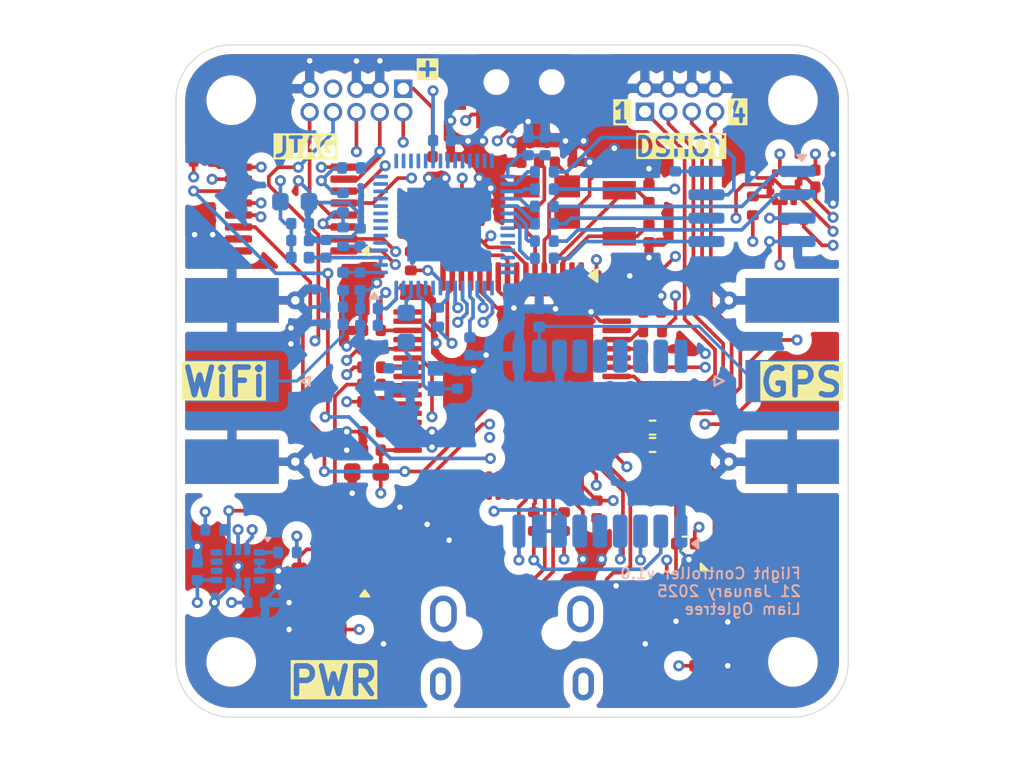
<source format=kicad_pcb>
(kicad_pcb (version 20240108) (generator "pcbnew") (generator_version "8.0")
  (title_block (title "Flight Controller") (date "2024-11-09") (rev "v0.1") (company "Oak Designs"))
  (layers (0 "F.Cu" signal) (1 "In1.Cu" signal) (2 "In2.Cu" signal) (3 "In3.Cu" signal) (4 "In4.Cu" signal) (31 "B.Cu" signal) (34 "B.Paste" user) (35 "F.Paste" user) (36 "B.SilkS" user "B.Silkscreen") (37 "F.SilkS" user "F.Silkscreen") (38 "B.Mask" user) (39 "F.Mask" user) (44 "Edge.Cuts" user))
  (net 0 "")
  (net 1 "GND")
  (net 2 "/Power/VBUS")
  (net 3 "Net-(U1-SW)")
  (net 4 "Net-(U1-BST)")
  (net 5 "Net-(U2-VCAP_1)")
  (net 6 "+3.3V")
  (net 7 "Net-(U5-C1)")
  (net 8 "+3.3VA")
  (net 9 "Net-(D1-A)")
  (net 10 "Net-(C33-Pad1)")
  (net 11 "Net-(U8-XTAL_N)")
  (net 12 "Net-(C37-Pad1)")
  (net 13 "Net-(U4-SDO)")
  (net 14 "Net-(U5-SDO)")
  (net 15 "BMP388_CS")
  (net 16 "LIS2MDL_CS")
  (net 17 "LSM6DSO32_CS")
  (net 18 "Net-(U8-LNA_IN)")
  (net 19 "Net-(D3-K)")
  (net 20 "Net-(U8-CHIP_PU)")
  (net 21 "Net-(D2-K)")
  (net 26 "M10S_RESET")
  (net 29 "SWD_SWO")
  (net 30 "ESP32_MTDI")
  (net 31 "SWD_SWDIO")
  (net 32 "M10S_PPS")
  (net 33 "SWD_NRST")
  (net 34 "SWD_SWCLK")
  (net 35 "Net-(U8-XTAL_P)")
  (net 36 "Net-(U2-PC1)")
  (net 37 "Net-(U2-PC5)")
  (net 38 "STM32_NRST")
  (net 39 "Net-(U2-PC10)")
  (net 40 "Net-(U2-BOOT0)")
  (net 41 "Net-(U2-PA5)")
  (net 42 "Net-(U2-PA7)")
  (net 43 "Net-(U2-PA15)")
  (net 44 "/STM32F446RET6/LSE_OUT")
  (net 45 "Net-(U2-PB0)")
  (net 46 "/STM32F446RET6/LSE_IN")
  (net 47 "STM32_SWDIO")
  (net 48 "Net-(U2-PB13)")
  (net 49 "Net-(U2-PA0)")
  (net 50 "Net-(U2-PA10)")
  (net 51 "Net-(U2-PB6)")
  (net 53 "Net-(U2-PB8)")
  (net 54 "STM32_SWO")
  (net 55 "Net-(U6-SDO)")
  (net 56 "Net-(U8-SPIHD)")
  (net 57 "SPIHD")
  (net 58 "Net-(U8-SPIWP)")
  (net 59 "SPIWP")
  (net 60 "Net-(U8-SPICS0)")
  (net 63 "SPICS0")
  (net 69 "Net-(U8-SPICLK)")
  (net 73 "SPICLK")
  (net 74 "Net-(U8-SPIQ)")
  (net 75 "SPIQ")
  (net 76 "SPID")
  (net 77 "Net-(U8-SPID)")
  (net 82 "Net-(U8-U0TXD)")
  (net 83 "ESP32_NRST")
  (net 85 "Net-(SW1-B)")
  (net 116 "STM32_SWCLK")
  (net 118 "/STM32F446RET6/HSE_OUT")
  (net 119 "/STM32F446RET6/HSE_IN")
  (net 120 "SPI1_MISO")
  (net 122 "SPI1_MOSI")
  (net 124 "SPI1_SCK")
  (net 126 "SPI2_MOSI")
  (net 128 "SPI2_SCK")
  (net 129 "SPI3_SCK")
  (net 132 "SPI3_MOSI")
  (net 133 "ESP32_MTMS")
  (net 134 "UART4_MISO")
  (net 135 "ESP32_MTCK")
  (net 136 "UART4_MOSI")
  (net 137 "USART1_MOSI")
  (net 138 "ESP32_MTDO")
  (net 139 "USART1_MISO")
  (net 140 "SPI2_MISO")
  (net 141 "SPI3_MISO")
  (net 143 "USB_D+")
  (net 144 "USB_D-")
  (net 145 "DSHOT3")
  (net 146 "DSHOT4")
  (net 147 "DSHOT2")
  (net 148 "DSHOT1")
  (footprint "Capacitor_SMD:C_0402_1005Metric" (layer "F.Cu") (at 125.6275 128.33 180)
    (property "Reference" "C32" (hide yes))
    (property "Value" "0.1uF" (hide yes))
  )
  (footprint "Resistor_SMD:R_0402_1005Metric" (layer "F.Cu") (at 98.47 103.3)
    (property "Reference" "R17" (hide yes))
    (property "Value" "100k" (hide yes))
  )
  (footprint "Resistor_SMD:R_0402_1005Metric" (layer "F.Cu") (at 107.62 115.44)
    (property "Reference" "R3" (hide yes))
    (property "Value" "47R" (hide yes))
  )
  (footprint "Capacitor_SMD:C_0402_1005Metric" (layer "F.Cu") (at 120.31 109.54)
    (property "Reference" "C10" (hide yes))
    (property "Value" "0.1uF" (hide yes))
  )
  (footprint "Capacitor_SMD:C_0402_1005Metric" (layer "F.Cu") (at 107.64 112.5 180)
    (property "Reference" "C15" (hide yes))
    (property "Value" "0.1uF" (hide yes))
  )
  (footprint "Resistor_SMD:R_0402_1005Metric" (layer "F.Cu") (at 107.62 114.5 180)
    (property "Reference" "R7" (hide yes))
    (property "Value" "47R" (hide yes))
  )
  (footprint "Resistor_SMD:R_0402_1005Metric" (layer "F.Cu") (at 122.88 113.5)
    (property "Reference" "R5" (hide yes))
    (property "Value" "10k" (hide yes))
  )
  (footprint "Connector_PinHeader_1.27mm:PinHeader_2x04_P1.27mm_Vertical" (layer "F.Cu") (at 122.4625 100.625 90)
    (property "Reference" "J3" (hide yes))
    (property "Value" "Conn_02x04_Odd_Even" (hide yes))
  )
  (footprint "Capacitor_SMD:C_0402_1005Metric" (layer "F.Cu") (at 122.68 105.05 90)
    (property "Reference" "C12" (hide yes))
    (property "Value" "12.5pF" (hide yes))
  )
  (footprint "Resistor_SMD:R_0402_1005Metric" (layer "F.Cu") (at 118.07 122.88 90)
    (property "Reference" "R15" (hide yes))
    (property "Value" "1k5" (hide yes))
  )
  (footprint "Resistor_SMD:R_0402_1005Metric" (layer "F.Cu") (at 130.58 106.45 180)
    (property "Reference" "R21" (hide yes))
    (property "Value" "10k" (hide yes))
  )
  (footprint "Capacitor_SMD:C_0402_1005Metric" (layer "F.Cu") (at 110.68 107.09 90)
    (property "Reference" "C21" (hide yes))
    (property "Value" "1uF" (hide yes))
  )
  (footprint "Capacitor_SMD:C_0402_1005Metric" (layer "F.Cu") (at 106.05 123.905 -90)
    (property "Reference" "C5" (hide yes))
    (property "Value" "0.1uF" (hide yes))
  )
  (footprint "Capacitor_SMD:C_0603_1608Metric" (layer "F.Cu") (at 105.045 128.74 180)
    (property "Reference" "C7" (hide yes))
    (property "Value" "22uF" (hide yes))
  )
  (footprint "Resistor_SMD:R_0402_1005Metric" (layer "F.Cu") (at 122.88 118.72)
    (property "Reference" "R8" (hide yes))
    (property "Value" "47R" (hide yes))
  )
  (footprint "MountingHole:MountingHole_2.2mm_M2" (layer "F.Cu") (at 100 130.5)
    (property "Reference" "H4" (hide yes))
    (property "Value" "MountingHole" (hide yes))
  )
  (footprint "Resistor_SMD:R_0402_1005Metric" (layer "F.Cu") (at 110.63 121.43 90)
    (property "Reference" "R10" (hide yes))
    (property "Value" "47R" (hide yes))
  )
  (footprint "Capacitor_SMD:C_0402_1005Metric" (layer "F.Cu") (at 116.23 103.37 180)
    (property "Reference" "C14" (hide yes))
    (property "Value" "12pF" (hide yes))
  )
  (footprint "Resistor_SMD:R_0402_1005Metric" (layer "F.Cu") (at 109.75 108.73 90)
    (property "Reference" "R11" (hide yes))
    (property "Value" "33R" (hide yes))
  )
  (footprint "Resistor_SMD:R_0402_1005Metric" (layer "F.Cu") (at 122.88 114.5 180)
    (property "Reference" "R13" (hide yes))
    (property "Value" "33R" (hide yes))
  )
  (footprint "Capacitor_SMD:C_0402_1005Metric" (layer "F.Cu") (at 111.83 125.22 90)
    (property "Reference" "C3" (hide yes))
    (property "Value" "0.1uF" (hide yes))
  )
  (footprint "Connector_USB:USB_Micro-B_Wuerth_629105150521" (layer "F.Cu") (at 115.245 129.745)
    (property "Reference" "J1" (hide yes))
    (property "Value" "USB_B_Micro" (hide yes))
  )
  (footprint "Crystal:Crystal_SMD_3215-2Pin_3.2x1.5mm" (layer "F.Cu") (at 121.07 106.14 -90)
    (property "Reference" "Y1" (hide yes))
    (property "Value" "32.768kHz" (hide yes))
  )
  (footprint "Inductor_SMD:L_0603_1608Metric" (layer "F.Cu") (at 109.49 106.3075 -90)
    (property "Reference" "FB1" (hide yes))
    (property "Value" "120R" (hide yes))
  )
  (footprint "Connector_PinHeader_1.27mm:PinHeader_2x05_P1.27mm_Vertical" (layer "F.Cu") (at 109.3375 99.375 -90)
    (property "Reference" "J2" (hide yes))
    (property "Value" "Conn_ARM_JTAG_SWD_10" (hide yes))
  )
  (footprint "Capacitor_SMD:C_0402_1005Metric" (layer "F.Cu") (at 111.6 107.09 90)
    (property "Reference" "C20" (hide yes))
    (property "Value" "10nF" (hide yes))
  )
  (footprint "Capacitor_SMD:C_0402_1005Metric" (layer "F.Cu") (at 112.75 125.22 90)
    (property "Reference" "C2" (hide yes))
    (property "Value" "1uF" (hide yes))
  )
  (footprint "Resistor_SMD:R_0402_1005Metric" (layer "F.Cu") (at 122.88 112.56 180)
    (property "Reference" "R14" (hide yes))
    (property "Value" "33R" (hide yes))
  )
  (footprint "Capacitor_SMD:C_0402_1005Metric" (layer "F.Cu") (at 122.68 107.23 -90)
    (property "Reference" "C11" (hide yes))
    (property "Value" "12.5pF" (hide yes))
  )
  (footprint "Capacitor_SMD:C_0402_1005Metric" (layer "F.Cu") (at 119.86 122.22 -90)
    (property "Reference" "C19" (hide yes))
    (property "Value" "0.1uF" (hide yes))
  )
  (footprint "Capacitor_SMD:C_0402_1005Metric" (layer "F.Cu") (at 118.05 103.37)
    (property "Reference" "C13" (hide yes))
    (property "Value" "12pF" (hide yes))
  )
  (footprint "Capacitor_SMD:C_0402_1005Metric" (layer "F.Cu") (at 98.49 108.185 180)
    (property "Reference" "C24" (hide yes))
    (property "Value" "1uF" (hide yes))
  )
  (footprint "Resistor_SMD:R_0402_1005Metric" (layer "F.Cu") (at 122.88 117.78 180)
    (property "Reference" "R4" (hide yes))
    (property "Value" "47R" (hide yes))
  )
  (footprint "Resistor_SMD:R_0402_1005Metric" (layer "F.Cu") (at 116.43 122.88 90)
    (property "Reference" "R12" (hide yes))
    (property "Value" "33R" (hide yes))
  )
  (footprint "Capacitor_SMD:C_0603_1608Metric" (layer "F.Cu") (at 113.945 124.925 90)
    (property "Reference" "C1" (hide yes))
    (property "Value" "10uF" (hide yes))
  )
  (footprint "Resistor_SMD:R_0402_1005Metric" (layer "F.Cu") (at 109.16 129.01 -90)
    (property "Reference" "R1" (hide yes))
    (property "Value" "1k" (hide yes))
  )
  (footprint "LED_SMD:LED_0603_1608Metric" (layer "F.Cu") (at 109.16 131.42 90)
    (property "Reference" "D1" (hide yes))
    (property "Value" "Green" (hide yes))
  )
  (footprint "Package_SO:TSSOP-16_4.4x5mm_P0.65mm" (layer "F.Cu") (at 103.2575 105.91 180)
    (property "Reference" "U3" (hide yes))
    (property "Value" "TMUX1574" (hide yes))
  )
  (footprint "Package_LGA:ST_HLGA-10_2x2mm_P0.5mm_LayoutBorder3x2y" (layer "F.Cu") (at 130.04 104.7225 180)
    (property "Reference" "U4" (hide yes))
    (property "Value" "~" (hide yes))
  )
  (footprint "Capacitor_SMD:C_0402_1005Metric" (layer "F.Cu") (at 122.23 126.37 180)
    (property "Reference" "C25" (hide yes))
    (property "Value" "0.1uF" (hide yes))
  )
  (footprint "Package_TO_SOT_SMD:TSOT-23-6" (layer "F.Cu") (at 108.21 124.5625 90)
    (property "Reference" "U1" (hide yes))
    (property "Value" "AP63203WU" (hide yes))
  )
  (footprint "MountingHole:MountingHole_2.2mm_M2" (layer "F.Cu") (at 130.5 130.5)
    (property "Reference" "H3" (hide yes))
    (property "Value" "MountingHole" (hide yes))
  )
  (footprint "Resistor_SMD:R_0402_1005Metric" (layer "F.Cu") (at 124.66 124.08 180)
    (property "Reference" "R22" (hide yes))
    (property "Value" "10k" (hide yes))
  )
  (footprint "Button_Switch_SMD:SW_SPDT_PCM12" (layer "F.Cu") (at 115.9 99.345 180)
    (property "Reference" "SW1" (hide yes))
    (property "Value" "SW_SPDT" (hide yes))
  )
  (footprint "Crystal:Crystal_SMD_3225-4Pin_3.2x2.5mm" (layer "F.Cu") (at 117.14 105.53 180)
    (property "Reference" "Y2" (hide yes))
    (property "Value" "8MHz" (hide yes))
  )
  (footprint "MountingHole:MountingHole_2.2mm_M2" (layer "F.Cu") (at 130.5 100)
    (property "Reference" "H2" (hide yes))
    (property "Value" "MountingHole" (hide yes))
  )
  (footprint "Resistor_SMD:R_0402_1005Metric" (layer "F.Cu") (at 112.53 106.05 -90)
    (property "Reference" "R2" (hide yes))
    (property "Value" "47R" (hide yes))
  )
  (footprint "Capacitor_SMD:C_0603_1608Metric" (layer "F.Cu") (at 105.045 127.28 180)
    (property "Reference" "C6" (hide yes))
    (property "Value" "22uF" (hide yes))
  )
  (footprint "Capacitor_SMD:C_0402_1005Metric" (layer "F.Cu") (at 107.64 119 180)
    (property "Reference" "C16" (hide yes))
    (property "Value" "0.1uF" (hide yes))
  )
  (footprint "Capacitor_SMD:C_0402_1005Metric" (layer "F.Cu") (at 132.2 103.7975 180)
    (property "Reference" "C26" (hide yes))
    (property "Value" "0.1uF" (hide yes))
  )
  (footprint "Package_QFP:LQFP-64_10x10mm_P0.5mm" (layer "F.Cu") (at 115.25 115.25 -90)
    (property "Reference" "U2" (hide yes))
    (property "Value" "STM32F446RET6" (hide yes))
  )
  (footprint "Capacitor_SMD:C_0402_1005Metric" (layer "F.Cu") (at 113.46 106.07 90)
    (property "Reference" "C18" (hide yes))
    (property "Value" "0.1uF" (hide yes))
  )
  (footprint "Capacitor_SMD:C_0402_1005Metric" (layer "F.Cu") (at 122.86 111.5)
    (property "Reference" "C9" (hide yes))
    (property "Value" "0.1uF" (hide yes))
  )
  (footprint "Resistor_SMD:R_0402_1005Metric" (layer "F.Cu") (at 128.32 105.7325 90)
    (property "Reference" "R18" (hide yes))
    (property "Value" "47R" (hide yes))
  )
  (footprint "Capacitor_SMD:C_0402_1005Metric" (layer "F.Cu") (at 107.64 118 180)
    (property "Reference" "C17" (hide yes))
    (property "Value" "2.2uF" (hide yes))
  )
  (footprint "Capacitor_SMD:C_0402_1005Metric" (layer "F.Cu") (at 125.63 130.71 180)
    (property "Reference" "C30" (hide yes))
    (property "Value" "0.1uF" (hide yes))
  )
  (footprint "Capacitor_SMD:C_0603_1608Metric" (layer "F.Cu") (at 107.345 120.19 180)
    (property "Reference" "C8" (hide yes))
    (property "Value" "10uF" (hide yes))
  )
  (footprint "Resistor_SMD:R_0402_1005Metric" (layer "F.Cu") (at 122.21 127.3825)
    (property "Reference" "R19" (hide yes))
    (property "Value" "47R" (hide yes))
  )
  (footprint "Capacitor_SMD:C_0402_1005Metric" (layer "F.Cu") (at 111.42 103.07)
    (property "Reference" "C23" (hide yes))
    (property "Value" "1uF" (hide yes))
  )
  (footprint "Capacitor_SMD:C_0603_1608Metric" (layer "F.Cu") (at 124.375 129.52)
    (property "Reference" "C31" (hide yes))
    (property "Value" "10uF" (hide yes))
  )
  (footprint "Capacitor_SMD:C_0603_1608Metric" (layer "F.Cu") (at 110.64 124.925 90)
    (property "Reference" "C4" (hide yes))
    (property "Value" "10uF" (hide yes))
  )
  (footprint "Capacitor_SMD:C_0402_1005Metric" (layer "F.Cu") (at 132.2 104.72 180)
    (property "Reference" "C27" (hide yes))
    (property "Value" "0.1uF" (hide yes))
  )
  (footprint "Package_LGA:LGA-12_2x2mm_P0.5mm" (layer "F.Cu") (at 124.3975 126.62 -90)
    (property "Reference" "U5" (hide yes))
    (property "Value" "~" (hide yes))
  )
  (footprint "MountingHole:MountingHole_2.2mm_M2" (layer "F.Cu") (at 100 100)
    (property "Reference" "H1" (hide yes))
    (property "Value" "MountingHole" (hide yes))
  )
  (footprint "Inductor_SMD:L_0805_2012Metric" (layer "F.Cu") (at 104.7575 125.7)
    (property "Reference" "L1" (hide yes))
    (property "Value" "4.7uH" (hide yes))
  )
  (footprint "Resistor_SMD:R_0402_1005Metric" (layer "F.Cu") (at 107.62 116.38 180)
    (property "Reference" "R9" (hide yes))
    (property "Value" "47R" (hide yes))
  )
  (footprint "Capacitor_SMD:C_0402_1005Metric" (layer "F.Cu") (at 111.14 105.52)
    (property "Reference" "C22" (hide yes))
    (property "Value" "1uF" (hide yes))
  )
  (footprint "Resistor_SMD:R_0402_1005Metric" (layer "F.Cu") (at 107.62 113.5 180)
    (property "Reference" "R6" (hide yes))
    (property "Value" "47R" (hide yes))
  )
  (footprint "Diode_SMD:D_0402_1005Metric" (layer "B.Cu") (at 116.7225 111.82 90)
    (property "Reference" "D2" (hide yes))
    (property "Value" "PESD0402-140" (hide yes))
  )
  (footprint "Package_LGA:LGA-14_3x2.5mm_P0.5mm_LayoutBorder3x4y" (layer "B.Cu") (at 100.37 125.3075 180)
    (property "Reference" "U6" (hide yes))
    (property "Value" "~" (hide yes))
  )
  (footprint "Resistor_SMD:R_0402_1005Metric" (layer "B.Cu") (at 117 107.65 180)
    (property "Reference" "R28" (hide yes))
    (property "Value" "47R" (hide yes))
  )
  (footprint "Resistor_SMD:R_0402_1005Metric" (layer "B.Cu") (at 106.53 103.68)
    (property "Reference" "R16" (hide yes))
    (property "Value" "100k" (hide yes))
  )
  (footprint "Capacitor_SMD:C_0603_1608Metric" (layer "B.Cu") (at 103.445 105.51)
    (property "Reference" "C44" (hide yes))
    (property "Value" "10uF" (hide yes))
  )
  (footprint "Capacitor_SMD:C_0402_1005Metric" (layer "B.Cu") (at 103.74 106.7)
    (property "Reference" "C41" (hide yes))
    (property "Value" "1uF" (hide yes))
  )
  (footprint "Capacitor_SMD:C_0402_1005Metric" (layer "B.Cu") (at 107.48 111.31 180)
    (property "Reference" "C36" (hide yes))
    (property "Value" "10nF" (hide yes))
  )
  (footprint "Capacitor_SMD:C_0402_1005Metric" (layer "B.Cu") (at 124.12 103.385 90)
    (property "Reference" "C48" (hide yes))
    (property "Value" "1uF" (hide yes))
  )
  (footprint "Inductor_SMD:L_0402_1005Metric" (layer "B.Cu") (at 103.745 108.55 180)
    (property "Reference" "L3" (hide yes))
    (property "Value" "2nH" (hide yes))
  )
  (footprint "Resistor_SMD:R_0402_1005Metric" (layer "B.Cu") (at 103.0525 124.5575 180)
    (property "Reference" "R20" (hide yes))
    (property "Value" "47R" (hide yes))
  )
  (footprint "Inductor_SMD:L_0402_1005Metric" (layer "B.Cu") (at 106.07 109.835 -90)
    (property "Reference" "L4" (hide yes))
    (property "Value" "2.4nH" (hide yes))
  )
  (footprint "Resistor_SMD:R_0402_1005Metric" (layer "B.Cu") (at 117 104.83 180)
    (property "Reference" "R25" (hide yes))
    (property "Value" "47R" (hide yes))
  )
  (footprint "Capacitor_SMD:C_0402_1005Metric" (layer "B.Cu") (at 107 107.45 90)
    (property "Reference" "C47" (hide yes))
    (property "Value" "1uF" (hide yes))
  )
  (footprint "Capacitor_SMD:C_0402_1005Metric" (layer "B.Cu") (at 107 109.83 -90)
    (property "Reference" "C43" (hide yes))
    (property "Value" "1.2pF" (hide yes))
  )
  (footprint "Capacitor_SMD:C_0402_1005Metric" (layer "B.Cu") (at 103.74 107.62)
    (property "Reference" "C40" (hide yes))
    (property "Value" "0.1uF" (hide yes))
  )
  (footprint "Connector_Coaxial:SMA_Molex_73251-1153_EdgeMount_Horizontal" (layer "B.Cu") (at 128.74 115.25 180)
    (property "Reference" "J4" (hide yes))
    (property "Value" "Conn_Coaxial" (hide yes))
  )
  (footprint "Resistor_SMD:R_0402_1005Metric" (layer "B.Cu") (at 117 108.59 180)
    (property "Reference" "R29" (hide yes))
    (property "Value" "47R" (hide yes))
  )
  (footprint "Package_SO:SOIC-8_3.9x4.9mm_P1.27mm" (layer "B.Cu") (at 128.28 105.77 180)
    (property "Reference" "U9" (hide yes))
    (property "Value" "W25Q16JVSS" (hide yes))
  )
  (footprint "Resistor_SMD:R_0402_1005Metric" (layer "B.Cu") (at 111.24 111.78 90)
    (property "Reference" "R30" (hide yes))
    (property "Value" "33R" (hide yes))
  )
  (footprint "Connector_Coaxial:SMA_Molex_73251-1153_EdgeMount_Horizontal" (layer "B.Cu") (at 101.76 115.25)
    (property "Reference" "J5" (hide yes))
    (property "Value" "Conn_Coaxial" (hide yes))
  )
  (footprint "Capacitor_SMD:C_0402_1005Metric" (layer "B.Cu") (at 112.28 115.18 90)
    (property "Reference" "C34" (hide yes))
    (property "Value" "10pF" (hide yes))
  )
  (footprint "Inductor_SMD:L_0603_1608Metric" (layer "B.Cu") (at 109.5 112.33 90)
    (property "Reference" "L2" (hide yes))
    (property "Value" "24nH" (hide yes))
  )
  (footprint "Capacitor_SMD:C_0402_1005Metric" (layer "B.Cu") (at 107.48 112.23 180)
    (property "Reference" "C35" (hide yes))
    (property "Value" "1uF" (hide yes))
  )
  (footprint "Capacitor_SMD:C_0402_1005Metric" (layer "B.Cu") (at 105.59 111.23 180)
    (property "Reference" "C46" (hide yes))
    (property "Value" "1.2pF" (hide yes))
  )
  (footprint "RF_GPS:ublox_MAX" (layer "B.Cu") (at 120.0225 118.65 90)
    (property "Reference" "U7" (hide yes))
    (property "Value" "MAX-M10S" (hide yes))
  )
  (footprint "Capacitor_SMD:C_0402_1005Metric" (layer "B.Cu") (at 111.44 102.19 180)
    (property "Reference" "C38" (hide yes))
    (property "Value" "0.1uF" (hide yes))
  )
  (footprint "Resistor_SMD:R_0402_1005Metric" (layer "B.Cu") (at 106.07 107.42 -90)
    (property "Reference" "R31" (hide yes))
    (property "Value" "10k" (hide yes))
  )
  (footprint "Capacitor_SMD:C_0402_1005Metric" (layer "B.Cu") (at 117.04 102.51 90)
    (property "Reference" "C45" (hide yes))
    (property "Value" "1uF" (hide yes))
  )
  (footprint "Capacitor_SMD:C_0402_1005Metric" (layer "B.Cu") (at 98.16 125.5775 -90)
    (property "Reference" "C28" (hide yes))
    (property "Value" "0.1uF" (hide yes))
  )
  (footprint "Crystal:Crystal_SMD_2016-4Pin_2.0x1.6mm" (layer "B.Cu") (at 110.42 115.11)
    (property "Reference" "Y3" (hide yes))
    (property "Value" "Crystal_GND24" (hide yes))
  )
  (footprint "Resistor_SMD:R_0402_1005Metric" (layer "B.Cu") (at 117 103.89 180)
    (property "Reference" "R24" (hide yes))
    (property "Value" "47R" (hide yes))
  )
  (footprint "Capacitor_SMD:C_0402_1005Metric" (layer "B.Cu") (at 116.12 102.51 90)
    (property "Reference" "C42" (hide yes))
    (property "Value" "0.1uF" (hide yes))
  )
  (footprint "Resistor_SMD:R_0402_1005Metric" (layer "B.Cu") (at 99.1025 123.335)
    (property "Reference" "R23" (hide yes))
    (property "Value" "10k" (hide yes))
  )
  (footprint "Capacitor_SMD:C_0402_1005Metric" (layer "B.Cu") (at 105.14 108.07 90)
    (property "Reference" "C37" (hide yes))
    (property "Value" "0.1uF" (hide yes))
  )
  (footprint "Capacitor_SMD:C_0402_1005Metric" (layer "B.Cu") (at 112.96 113.36 90)
    (property "Reference" "C39" (hide yes))
    (property "Value" "0.1uF" (hide yes))
  )
  (footprint "Resistor_SMD:R_0402_1005Metric" (layer "B.Cu") (at 117 106.71 180)
    (property "Reference" "R27" (hide yes))
    (property "Value" "47R" (hide yes))
  )
  (footprint "Diode_SMD:D_0402_1005Metric" (layer "B.Cu") (at 105.585 112.16 180)
    (property "Reference" "D3" (hide yes))
    (property "Value" "PESD0402-140" (hide yes))
  )
  (footprint "Resistor_SMD:R_0402_1005Metric" (layer "B.Cu") (at 117 105.77 180)
    (property "Reference" "R26" (hide yes))
    (property "Value" "47R" (hide yes))
  )
  (footprint "Capacitor_SMD:C_0402_1005Metric" (layer "B.Cu") (at 101.35 127.275 180)
    (property "Reference" "C29" (hide yes))
    (property "Value" "0.1uF" (hide yes))
  )
  (footprint "Package_DFN_QFN:QFN-56-1EP_7x7mm_P0.4mm_EP4x4mm" (layer "B.Cu") (at 111.56 106.75)
    (property "Reference" "U8" (hide yes))
    (property "Value" "ESP32-S3" (hide yes))
  )
  (footprint "Resistor_SMD:R_0402_1005Metric" (layer "B.Cu") (at 106.07 105.56 -90)
    (property "Reference" "R32" (hide yes))
    (property "Value" "10k" (hide yes))
  )
  (footprint "Capacitor_SMD:C_0402_1005Metric" (layer "B.Cu") (at 108.56 115.04 -90)
    (property "Reference" "C33" (hide yes))
    (property "Value" "10pF" (hide yes))
  )
  (gr_line (start 100 97) (end 130.5 97) (stroke (width 0.05)) (layer "Edge.Cuts"))
  (gr_line (start 97 130.5) (end 97 100) (stroke (width 0.05)) (layer "Edge.Cuts"))
  (gr_arc (start 130.5 97) (mid 132.62132 97.87868) (end 133.5 100) (stroke (width 0.05)) (layer "Edge.Cuts"))
  (gr_arc (start 100 133.5) (mid 97.87868 132.62132) (end 97 130.5) (stroke (width 0.05)) (layer "Edge.Cuts"))
  (gr_arc (start 133.5 130.5) (mid 132.62132 132.62132) (end 130.5 133.5) (stroke (width 0.05)) (layer "Edge.Cuts"))
  (gr_line (start 133.5 100) (end 133.5 130.5) (stroke (width 0.05)) (layer "Edge.Cuts"))
  (gr_line (start 130.5 133.5) (end 100 133.5) (stroke (width 0.05)) (layer "Edge.Cuts"))
  (gr_arc (start 97 100) (mid 97.87868 97.87868) (end 100 97) (stroke (width 0.05)) (layer "Edge.Cuts"))
  (gr_text "Flight Controller v1.0\n21 January 2025\nLiam Ogletree" (at 130.99 127.98 0) (layer "B.SilkS") (effects (font (size 0.6 0.6) (thickness 0.1)) (justify left bottom mirror)))
  (gr_text "GPS" (at 128.56 116.2 0) (layer "F.SilkS" knockout) (effects (font (size 1.5 1.5) (thickness 0.3) (bold yes)) (justify left bottom)))
  (gr_text "JTAG" (at 102.23 103.14 0) (layer "F.SilkS" knockout) (effects (font (size 1 1) (thickness 0.2) (bold yes)) (justify left bottom)))
  (gr_text "1" (at 120.63 101.289 0) (layer "F.SilkS" knockout) (effects (font (size 1 1) (thickness 0.2) (bold yes)) (justify left bottom)))
  (gr_text "DSHOT" (at 121.826428 103.12 0) (layer "F.SilkS" knockout) (effects (font (size 1 1) (thickness 0.2) (bold yes)) (justify left bottom)))
  (gr_text "WiFi" (at 97.23 116.19 0) (layer "F.SilkS" knockout) (effects (font (size 1.5 1.5) (thickness 0.3) (bold yes)) (justify left bottom)))
  (gr_text "4" (at 126.88 101.289 0) (layer "F.SilkS" knockout) (effects (font (size 1 1) (thickness 0.2) (bold yes)) (justify left bottom)))
  (gr_text "PWR" (at 102.99 132.416 0) (layer "F.SilkS" knockout) (effects (font (size 1.5 1.5) (thickness 0.3) (bold yes)) (justify left bottom)))
  (gr_text "+" (at 109.91 98.83 0) (layer "F.SilkS" knockout) (effects (font (size 1 1) (thickness 0.2) (bold yes)) (justify left bottom)))
  (segment (start 108.0675 99.375) (end 108.0675 97.8625) (width 0.2) (layer "F.Cu") (net 1))
  (segment (start 129.2775 104.2225) (end 128.5725 104.2225) (width 0.2) (layer "F.Cu") (net 1))
  (segment (start 112.75 124.35) (end 112.95 124.15) (width 0.2) (layer "F.Cu") (net 1))
  (segment (start 130.8025 104.7225) (end 130.8025 105.2225) (width 0.2) (layer "F.Cu") (net 1))
  (segment (start 122.4625 99.355) (end 121.755394 99.355) (width 0.2) (layer "F.Cu") (net 1))
  (segment (start 111.14 105.2) (end 110.7075 104.7675) (width 0.2) (layer "F.Cu") (net 1))
  (segment (start 109.16 132.2075) (end 108.27 131.3175) (width 0.2) (layer "F.Cu") (net 1))
  (segment (start 110.7075 104.7675) (end 110.7075 104.23) (width 0.2) (layer "F.Cu") (net 1))
  (segment (start 111.62 104.235) (end 111.625 104.23) (width 0.2) (layer "F.Cu") (net 1))
  (segment (start 104.2575 97.8625) (end 104.26 97.86) (width 0.2) (layer "F.Cu") (net 1))
  (segment (start 111.62 105.52) (end 111.62 104.235) (width 0.2) (layer "F.Cu") (net 1))
  (segment (start 112.95 124.15) (end 113.945 124.15) (width 0.2) (layer "F.Cu") (net 1))
  (segment (start 132.68 107.12) (end 132.68 107.1) (width 0.2) (layer "F.Cu") (net 1))
  (segment (start 111.83 124.74) (end 111.83 123.89) (width 0.2) (layer "F.Cu") (net 1))
  (segment (start 122.68 104.57) (end 122.68 103.72) (width 0.2) (layer "F.Cu") (net 1))
  (segment (start 109.575 118.5) (end 110.56 118.5) (width 0.2) (layer "F.Cu") (net 1))
  (segment (start 121.755394 99.355) (end 120.8 100.310394) (width 0.2) (layer "F.Cu") (net 1))
  (segment (start 118.53 102.81) (end 119.13 102.21) (width 0.2) (layer "F.Cu") (net 1))
  (segment (start 111.9 103.07) (end 112.41 103.07) (width 0.2) (layer "F.Cu") (net 1))
  (segment (start 122.4625 99.355) (end 123.7325 99.355) (width 0.2) (layer "F.Cu") (net 1))
  (segment (start 118.53 103.37) (end 118.53 102.81) (width 0.2) (layer "F.Cu") (net 1))
  (segment (start 125.48 113.5) (end 125.74 113.76) (width 0.2) (layer "F.Cu") (net 1))
  (segment (start 113.46 105.59) (end 113.46 104.23) (width 0.2) (layer "F.Cu") (net 1))
  (segment (start 110.68 106.3) (end 111.14 105.84) (width 0.2) (layer "F.Cu") (net 1))
  (segment (start 119.46 105.16) (end 119.46 103.37) (width 0.2) (layer "F.Cu") (net 1))
  (segment (start 129.89901 104.7225) (end 129.39901 104.2225) (width 0.2) (layer "F.Cu") (net 1))
  (segment (start 120.79 109.54) (end 121.64 109.54) (width 0.2) (layer "F.Cu") (net 1))
  (segment (start 107.16 119) (end 106.27 119) (width 0.2) (layer "F.Cu") (net 1))
  (segment (start 104.27 128.74) (end 103.14 128.74) (width 0.2) (layer "F.Cu") (net 1))
  (segment (start 106.12 103.635) (end 104.895 103.635) (width 0.2) (layer "F.Cu") (net 1))
  (segment (start 129.39901 104.2225) (end 129.2775 104.2225) (width 0.2) (layer "F.Cu") (net 1))
  (segment (start 119.86 124.67) (end 120.11 124.92) (width 0.2) (layer "F.Cu") (net 1))
  (segment (start 104.27 127.28) (end 103.14 127.28) (width 0.2) (layer "F.Cu") (net 1))
  (segment (start 132.68 103.7975) (end 132.68 102.93) (width 0.2) (layer "F.Cu") (net 1))
  (segment (start 130.8025 104.7225) (end 129.89901 104.7225) (width 0.2) (layer "F.Cu") (net 1))
  (segment (start 108.0675 97.8625) (end 108.07 97.86) (width 0.2) (layer "F.Cu") (net 1))
  (segment (start 123.7325 99.355) (end 125.0025 99.355) (width 0.2) (layer "F.Cu") (net 1))
  (segment (start 110.68 106.61) (end 111.6 106.61) (width 0.2) (layer "F.Cu") (net 1))
  (segment (start 126.11 130.71) (end 126.96 130.71) (width 0.2) (layer "F.Cu") (net 1))
  (segment (start 120.8 100.310394) (end 120.8 102.61) (width 0.2) (layer "F.Cu") (net 1))
  (segment (start 99.225 107.535) (end 98.99 107.3) (width 0.2) (layer "F.Cu") (net 1))
  (segment (start 119.09 122.289999) (end 119.09 124.92) (width 0.2) (layer "F.Cu") (net 1))
  (segment (start 110.56 118.5) (end 110.9 118.84) (width 0.2) (layer "F.Cu") (net 1))
  (segment (start 106.7975 99.375) (end 106.7975 97.8725) (width 0.2) (layer "F.Cu") (net 1))
  (segment (start 118.5 120.925) (end 118.5 121.699999) (width 0.2) (layer "F.Cu") (net 1))
  (segment (start 108.27 131.3175) (end 108.27 129.52) (width 0.2) (layer "F.Cu") (net 1))
  (segment (start 106.57 120.19) (end 106.57 121.34) (width 0.2) (layer "F.Cu") (net 1))
  (segment (start 115.14 104.68) (end 116.04 104.68) (width 0.2) (layer "F.Cu") (net 1))
  (segment (start 113.5 109.575) (end 113.5 110.349999) (width 0.2) (layer "F.Cu") (net 1))
  (segment (start 121.75 126.37) (end 120.9 126.37) (width 0.2) (layer "F.Cu") (net 1))
  (segment (start 111.13 112.780001) (end 110.349999 112) (width 0.2) (layer "F.Cu") (net 1))
  (segment (start 106.7975 97.8725) (end 106.8 97.87) (width 0.2) (layer "F.Cu") (net 1))
  (segment (start 132.68 107.1) (end 130.8025 105.2225) (width 0.2) (layer "F.Cu") (net 1))
  (segment (start 123.34 111.5) (end 123.34 110.62) (width 0.2) (layer "F.Cu") (net 1))
  (segment (start 104.895 103.635) (end 104.89 103.64) (width 0.2) (layer "F.Cu") (net 1))
  (segment (start 115.75 102.72) (end 115.24 102.21) (width 0.2) (layer "F.Cu") (net 1))
  (segment (start 104.2575 99.375) (end 104.2575 97.8625) (width 0.2) (layer "F.Cu") (net 1))
  (segment (start 110.68 106.61) (end 110.68 106.3) (width 0.2) (layer "F.Cu") (net 1))
  (segment (start 122.68 107.71) (end 122.68 108.55) (width 0.2) (layer "F.Cu") (net 1))
  (segment (start 110.349999 112) (end 109.575 112) (width 0.2) (layer "F.Cu") (net 1))
  (segment (start 107.16 118) (end 106.27 118) (width 0.2) (layer "F.Cu") (net 1))
  (segment (start 132.68 104.72) (end 132.68 105.6) (width 0.2) (layer "F.Cu") (net 1))
  (segment (start 113.653333 103.193333) (end 115.14 104.68) (width 0.2) (layer "F.Cu") (net 1))
  (segment (start 124.1475 126.995) (end 124.0225 126.87) (width 0.2) (layer "F.Cu") (net 1))
  (segment (start 112.41 103.07) (end 112.86 102.62) (width 0.2) (layer "F.Cu") (net 1))
  (segment (start 119.86 122.7) (end 119.86 124.67) (width 0.2) (layer "F.Cu") (net 1))
  (segment (start 124.0225 126.87) (end 123.635 126.87) (width 0.2) (layer "F.Cu") (net 1))
  (segment (start 100.395 107.535) (end 99.225 107.535) (width 0.2) (layer "F.Cu") (net 1))
  (segment (start 112.75 124.74) (end 112.75 124.35) (width 0.2) (layer "F.Cu") (net 1))
  (segment (start 123.6 129.52) (end 122.48 129.52) (width 0.2) (layer "F.Cu") (net 1))
  (segment (start 118.5 121.699999) (end 119.09 122.289999) (width 0.2) (layer "F.Cu") (net 1))
  (segment (start 128.5725 104.2225) (end 128.32 103.97) (width 0.2) (layer "F.Cu") (net 1))
  (segment (start 111.83 124.74) (end 112.75 124.74) (width 0.2) (layer "F.Cu") (net 1))
  (segment (start 124.1475 128.2875) (end 124.15 128.29) (width 0.2) (layer "F.Cu") (net 1))
  (segment (start 112.86 102.62) (end 112.86 102.21) (width 0.2) (layer "F.Cu") (net 1))
  (segment (start 123.39 113.5) (end 125.48 113.5) (width 0.2) (layer "F.Cu") (net 1))
  (segment (start 111.13 113.2) (end 111.13 112.780001) (width 0.2) (layer "F.Cu") (net 1))
  (segment (start 126.1075 128.33) (end 126.96 128.33) (width 0.2) (layer "F.Cu") (net 1))
  (segment (start 124.1475 127.3825) (end 124.1475 128.2875) (width 0.2) (layer "F.Cu") (net 1))
  (segment (start 118.24 106.38) (end 119.46 105.16) (width 0.2) (layer "F.Cu") (net 1))
  (segment (start 98.01 108.185) (end 98.01 107.3) (width 0.2) (layer "F.Cu") (net 1))
  (segment (start 120.05 112) (end 119.54 111.49) (width 0.2) (layer "F.Cu") (net 1))
  (segment (start 125.0025 99.355) (end 126.2725 99.355) (width 0.2) (layer "F.Cu") (net 1))
  (segment (start 113.653333 102.21) (end 113.653333 103.193333) (width 0.2) (layer "F.Cu") (net 1))
  (segment (start 115.75 103.37) (end 115.75 102.72) (width 0.2) (layer "F.Cu") (net 1))
  (segment (start 114.430001 111.28) (end 115.35 111.28) (width 0.2) (layer "F.Cu") (net 1))
  (segment (start 110.64 124.15) (end 110.64 123.03) (width 0.2) (layer "F.Cu") (net 1))
  (segment (start 109.16 123.425) (end 109.16 122.1) (width 0.2) (layer "F.Cu") (net 1))
  (segment (start 120.925 112) (end 120.05 112) (width 0.2) (layer "F.Cu") (net 1))
  (segment (start 111.14 105.84) (end 111.14 105.2) (width 0.2) (layer "F.Cu") (net 1))
  (segment (start 118.15 100.775) (end 118.15 102.21) (width 0.2) (layer "F.Cu") (net 1))
  (segment (start 113.5 110.349999) (end 114.430001 111.28) (width 0.2) (layer "F.Cu") (net 1))
  (segment (start 124.1475 127.3825) (end 124.1475 126.995) (width 0.2) (layer "F.Cu") (net 1))
  (via (at 112.86 102.21) (size 0.6) (drill 0.3) (layers "F.Cu" "B.Cu") (net 1))
  (via (at 132.68 105.6) (size 0.6) (drill 0.3) (layers "F.Cu" "B.Cu") (net 1))
  (via (at 113.46 104.23) (size 0.6) (drill 0.3) (layers "F.Cu" "B.Cu") (net 1))
  (via (at 122.68 108.55) (size 0.6) (drill 0.3) (layers "F.Cu" "B.Cu") (net 1))
  (via (at 122.48 129.52) (size 0.6) (drill 0.3) (layers "F.Cu" "B.Cu") (net 1))
  (via (at 115.24 102.21) (size 0.6) (drill 0.3) (layers "F.Cu" "B.Cu") (net 1))
  (via (at 113.84 113.84) (size 0.6) (drill 0.3) (layers "F.Cu" "B.Cu") (net 1))
  (via (at 106.27 118) (size 0.6) (drill 0.3) (layers "F.Cu" "B.Cu") (net 1))
  (via (at 100.37 125.3) (size 0.6) (drill 0.3) (layers "F.Cu" "B.Cu") (net 1))
  (via (at 113.653333 102.21) (size 0.6) (drill 0.3) (layers "F.Cu" "B.Cu") (net 1))
  (via (at 126.96 128.33) (size 0.6) (drill 0.3) (layers "F.Cu" "B.Cu") (net 1))
  (via (at 124.85 124.94) (size 0.6) (drill 0.3) (layers "F.Cu" "B.Cu") (net 1))
  (via (at 117.61 111.33) (size 0.6) (drill 0.3) (layers "F.Cu" "B.Cu") (net 1))
  (via (at 98.99 107.3) (size 0.6) (drill 0.3) (layers "F.Cu" "B.Cu") (net 1))
  (via (at 110.64 123.03) (size 0.6) (drill 0.3) (layers "F.Cu" "B.Cu") (net 1))
  (via (at 103.14 127.28) (size 0.6) (drill 0.3) (layers "F.Cu" "B.Cu") (net 1))
  (via (at 106.57 121.34) (size 0.6) (drill 0.3) (layers "F.Cu" "B.Cu") (net 1))
  (via (at 132.68 102.93) (size 0.6) (drill 0.3) (layers "F.Cu" "B.Cu") (net 1))
  (via (at 107.9 109.92) (size 0.6) (drill 0.3) (layers "F.Cu" "B.Cu") (net 1))
  (via (at 110.9 118.84) (size 0.6) (drill 0.3) (layers "F.Cu" "B.Cu") (net 1))
  (via (at 120.8 102.61) (size 0.6) (drill 0.3) (layers "F.Cu" "B.Cu") (net 1))
  (via (at 119.46 103.37) (size 0.6) (drill 0.3) (layers "F.Cu" "B.Cu") (net 1))
  (via (at 113.16 114.7) (size 0.6) (drill 0.3) (layers "F.Cu" "B.Cu") (net 1))
  (via (at 108.27 129.52) (size 0.6) (drill 0.3) (layers "F.Cu" "B.Cu") (net 1))
  (via (at 110.7075 104.23) (size 0.6) (drill 0.3) (layers "F.Cu" "B.Cu") (net 1))
  (via (at 124.15 128.29) (size 0.6) (drill 0.3) (layers "F.Cu" "B.Cu") (net 1))
  (via (at 132.68 107.12) (size 0.6) (drill 0.3) (layers "F.Cu" "B.Cu") (net 1))
  (via (at 106.27 119) (size 0.6) (drill 0.3) (layers "F.Cu" "B.Cu") (net 1))
  (via (at 121.64 109.54) (size 0.6) (drill 0.3) (layers "F.Cu" "B.Cu") (net 1))
  (via (at 111.13 113.2) (size 0.6) (drill 0.3) (layers "F.Cu" "B.Cu") (net 1))
  (via (at 102.56 125.56) (size 0.6) (drill 0.3) (layers "F.Cu" "B.Cu") (net 1))
  (via (at 119.09 124.92) (size 0.6) (drill 0.3) (layers "F.Cu" "B.Cu") (net 1))
  (via (at 125.74 113.76) (size 0.6) (drill 0.3) (layers "F.Cu" "B.Cu") (net 1))
  (via (at 103.65 104.37) (size 0.6) (drill 0.3) (layers "F.Cu" "B.Cu") (net 1))
  (via (at 129.23 107.67) (size 0.6) (drill 0.3) (layers "F.Cu" "B.Cu") (net 1))
  (via (at 119.13 102.21) (size 0.6) (drill 0.3) (layers "F.Cu" "B.Cu") (net 1))
  (via (at 102.56 126.43) (size 0.6) (drill 0.3) (layers "F.Cu" "B.Cu") (net 1))
  (via (at 99.09 127.275) (size 0.6) (drill 0.3) (layers "F.Cu" "B.Cu") (net 1))
  (via (at 98.01 107.3) (size 0.6) (drill 0.3) (layers "F.Cu" "B.Cu") (net 1))
  (via (at 128.32 103.97) (size 0.6) (drill 0.3) (layers "F.Cu" "B.Cu") (net 1))
  (via (at 109.16 122.1) (size 0.6) (drill 0.3) (layers "F.Cu" "B.Cu") (net 1))
  (via (at 116.12 101.16) (size 0.6) (drill 0.3) (layers "F.Cu" "B.Cu") (net 1))
  (via (at 108.07 97.86) (size 0.6) (drill 0.3) (layers "F.Cu" "B.Cu") (net 1))
  (via (at 111.92 101.11) (size 0.6) (drill 0.3) (layers "F.Cu" "B.Cu") (net 1))
  (via (at 103.24 113.23) (size 0.6) (drill 0.3) (layers "F.Cu" "B.Cu") (net 1))
  (via (at 106.8 97.87) (size 0.6) (drill 0.3) (layers "F.Cu" "B.Cu") (net 1))
  (via (at 114.09 104.78) (size 0.6) (drill 0.3) (layers "F.Cu" "B.Cu") (net 1))
  (via (at 98.16 124.23) (size 0.6) (drill 0.3) (layers "F.Cu" "B.Cu") (net 1))
  (via (at 118.15 102.21) (size 0.6) (drill 0.3) (layers "F.Cu" "B.Cu") (net 1))
  (via (at 104.89 103.64) (size 0.6) (drill 0.3) (layers "F.Cu" "B.Cu") (net 1))
  (via (at 103.24 112.37) (size 0.6) (drill 0.3) (layers "F.Cu" "B.Cu") (net 1))
  (via (at 103.14 128.74) (size 0.6) (drill 0.3) (layers "F.Cu" "B.Cu") (net 1))
  (via (at 106.268205 113.36) (size 0.6) (drill 0.3) (layers "F.Cu" "B.Cu") (net 1))
  (via (at 122.68 103.72) (size 0.6) (drill 0.3) (layers "F.Cu" "B.Cu") (net 1))
  (via (at 120.9 126.37) (size 0.6) (drill 0.3) (layers "F.Cu" "B.Cu") (net 1))
  (via (at 111.625 104.23) (size 0.6) (drill 0.3) (layers "F.Cu" "B.Cu") (net 1))
  (via (at 115.35 111.28) (size 0.6) (drill 0.3) (layers "F.Cu" "B.Cu") (net 1))
  (via (at 104.26 97.86) (size 0.6) (drill 0.3) (layers "F.Cu" "B.Cu") (net 1))
  (via (at 126.96 130.71) (size 0.6) (drill 0.3) (layers "F.Cu" "B.Cu") (net 1))
  (via (at 119.54 111.49) (size 0.6) (drill 0.3) (layers "F.Cu" "B.Cu") (net 1))
  (via (at 120.11 124.92) (size 0.6) (drill 0.3) (layers "F.Cu" "B.Cu") (net 1))
  (via (at 123.34 110.62) (size 0.6) (drill 0.3) (layers "F.Cu" "B.Cu") (net 1))
  (via (at 110.9 118.01) (size 0.6) (drill 0.3) (layers "F.Cu" "B.Cu") (net 1))
  (via (at 111.83 123.89) (size 0.6) (drill 0.3) (layers "F.Cu" "B.Cu") (net 1))
  (segment (start 107 111.31) (end 107 112.23) (width 0.2) (layer "B.Cu") (net 1))
  (segment (start 111.71 114.56) (end 111.85 114.7) (width 0.2) (layer "B.Cu") (net 1))
  (segment (start 103.65 104.37) (end 103.65 104.38) (width 0.2) (layer "B.Cu") (net 1))
  (segment (start 105.11 111.23) (end 104.38 111.23) (width 0.2) (layer "B.Cu") (net 1))
  (segment (start 104.22 105.51) (end 104.22 104.94) (width 0.2) (layer "B.Cu") (net 1))
  (segment (start 109.15 115.66) (end 109.01 115.52) (width 0.2) (layer "B.Cu") (net 1))
  (segment (start 106.357502 105.56) (end 104.27 105.56) (width 0.2) (layer "B.Cu") (net 1))
  (segment (start 124.4225 124.5125) (end 124.85 124.94) (width 0.2) (layer "B.Cu") (net 1))
  (segment (start 107 106.202498) (end 106.357502 105.56) (width 0.2) (layer "B.Cu") (net 1))
  (segment (start 106.268205 113.36) (end 107 112.628205) (width 0.2) (layer "B.Cu") (net 1))
  (segment (start 104.27 105.56) (end 104.22 105.51) (width 0.2) (layer "B.Cu") (net 1))
  (segment (start 102.5575 125.5575) (end 102.56 125.56) (width 0.2) (layer "B.Cu") (net 1))
  (segment (start 104.22 105.51) (end 104.22 106.7) (width 0.2) (layer "B.Cu") (net 1))
  (segment (start 117.605 111.335) (end 117.61 111.33) (width 0.2) (layer "B.Cu") (net 1))
  (segment (start 104.22 104.94) (end 103.65 104.37) (width 0.2) (layer "B.Cu") (net 1))
  (segment (start 111.92 102.19) (end 111.92 101.11) (width 0.2) (layer "B.Cu") (net 1))
  (segment (start 107 106.97) (end 107 106.202498) (width 0.2) (layer "B.Cu") (net 1))
  (segment (start 105.14 107.59) (end 105.31 107.42) (width 0.2) (layer "B.Cu") (net 1))
  (segment (start 108.56 116.09) (end 110.48 118.01) (width 0.2) (layer "B.Cu") (net 1))
  (segment (start 124.4225 123.4) (end 124.4225 124.5125) (width 0.2) (layer "B.Cu") (net 1))
  (segment (start 111.12 114.56) (end 111.71 114.56) (width 0.2) (layer "B.Cu") (net 1))
  (segment (start 108.56 115.52) (end 108.56 116.09) (width 0.2) (layer "B.Cu") (net 1))
  (segment (start 101.83 127.275) (end 101.83 127.16) (width 0.2) (layer "B.Cu") (net 1))
  (segment (start 105.1 112.16) (end 104.31 112.16) (width 0.2) (layer "B.Cu") (net 1))
  (segment (start 100.37 126.22) (end 100.37 125.3) (width 0.2) (layer "B.Cu") (net 1))
  (segment (start 116.12 102.03) (end 116.12 101.16) (width 0.2) (layer "B.Cu") (net 1))
  (segment (start 101.5325 125.0575) (end 101.5325 125.5575) (width 0.2) (layer "B.Cu") (net 1))
  (segment (start 101.5325 125.5575) (end 102.5575 125.5575) (width 0.2) (layer "B.Cu") (net 1))
  (segment (start 98.16 125.0975) (end 98.16 124.23) (width 0.2) (layer "B.Cu") (net 1))
  (segment (start 112.12 106.75) (end 114.09 104.78) (width 0.2) (layer "B.Cu") (net 1))
  (segment (start 109.72 115.66) (end 109.15 115.66) (width 0.2) (layer "B.Cu") (net 1))
  (segment (start 100.37 126.22) (end 99.87 126.22) (width 0.2) (layer "B.Cu") (net 1))
  (segment (start 111.85 114.7) (end 112.28 114.7) (width 0.2) (layer "B.Cu") (net 1))
  (segment (start 116.7225 111.335) (end 117.605 111.335) (width 0.2) (layer "B.Cu") (net 1))
  (segment (start 104.38 111.23) (end 103.24 112.37) (width 0.2) (layer "B.Cu") (net 1))
  (segment (start 109.01 115.52) (end 108.56 115.52) (width 0.2) (layer "B.Cu") (net 1))
  (segment (start 112.96 113.84) (end 113.84 113.84) (width 0.2) (layer "B.Cu") (net 1))
  (segment (start 99.87 126.22) (end 99.87 126.495) (width 0.2) (layer "B.Cu") (net 1))
  (segment (start 110.48 118.01) (end 110.9 118.01) (width 0.2) (layer "B.Cu") (net 1))
  (segment (start 107 112.628205) (end 107 112.23) (width 0.2) (layer "B.Cu") (net 1))
  (segment (start 107.51 110.31) (end 107 110.31) (width 0.2) (layer "B.Cu") (net 1))
  (segment (start 105.31 107.42) (end 106.55 107.42) (width 0.2) (layer "B.Cu") (net 1))
  (segment (start 130.755 107.675) (end 129.275 107.675) (width 0.2) (layer "B.Cu") (net 1))
  (segment (start 99.87 126.495) (end 99.09 127.275) (width 0.2) (layer "B.Cu") (net 1))
  (segment (start 101.83 127.16) (end 102.56 126.43) (width 0.2) (layer "B.Cu") (net 1))
  (segment (start 104.22 106.7) (end 104.22 107.62) (width 0.2) (layer "B.Cu") (net 1))
  (segment (start 129.275 107.675) (end 129.27 107.67) (width 0.2) (layer "B.Cu") (net 1))
  (segment (start 107.9 109.92) (end 107.51 110.31) (width 0.2) (layer "B.Cu") (net 1))
  (segment (start 112.28 114.7) (end 113.16 114.7) (width 0.2) (layer "B.Cu") (net 1))
  (segment (start 116.12 102.03) (end 117.04 102.03) (width 0.2) (layer "B.Cu") (net 1))
  (segment (start 111.56 106.75) (end 112.12 106.75) (width 0.2) (layer "B.Cu") (net 1))
  (segment (start 106.55 107.42) (end 107 106.97) (width 0.2) (layer "B.Cu") (net 1))
  (segment (start 104.31 112.16) (end 103.24 113.23) (width 0.2) (layer "B.Cu") (net 1))
  (segment (start 109.16 125.7) (end 109.16 128.5) (width 0.2) (layer "F.Cu") (net 2))
  (segment (start 112.75 125.7) (end 111.83 125.7) (width 0.2) (layer "F.Cu") (net 2))
  (segment (start 113.945 125.7) (end 112.75 125.7) (width 0.2) (layer "F.Cu") (net 2))
  (segment (start 110.64 125.7) (end 109.16 125.7) (width 0.2) (layer "F.Cu") (net 2))
  (segment (start 113.945 127.845) (end 113.945 125.7) (width 0.2) (layer "F.Cu") (net 2))
  (segment (start 111.83 125.7) (end 110.64 125.7) (width 0.2) (layer "F.Cu") (net 2))
  (segment (start 109.16 125.7) (end 108.21 125.7) (width 0.2) (layer "F.Cu") (net 2))
  (segment (start 108.21 123.425) (end 108.21 124.15) (width 0.2) (layer "F.Cu") (net 3))
  (segment (start 104.105 124.385) (end 103.695 124.795) (width 0.2) (layer "F.Cu") (net 3))
  (segment (start 106.05 124.385) (end 104.105 124.385) (width 0.2) (layer "F.Cu") (net 3))
  (segment (start 108.21 124.15) (end 107.975 124.385) (width 0.2) (layer "F.Cu") (net 3))
  (segment (start 103.695 124.795) (end 103.695 125.7) (width 0.2) (layer "F.Cu") (net 3))
  (segment (start 107.975 124.385) (end 106.05 124.385) (width 0.2) (layer "F.Cu") (net 3))
  (segment (start 107.26 123.425) (end 106.05 123.425) (width 0.2) (layer "F.Cu") (net 4))
  (segment (start 109.575 118) (end 108.12 118) (width 0.2) (layer "F.Cu") (net 5))
  (segment (start 119.83 109.54) (end 119.83 108.66) (width 0.2) (layer "F.Cu") (net 6))
  (segment (start 110.94 100.42) (end 110.94 103.07) (width 0.2) (layer "F.Cu") (net 6))
  (segment (start 124.6475 127.3825) (end 125.1475 127.3825) (width 0.2) (layer "F.Cu") (net 6))
  (segment (start 107.26 125.7) (end 105.82 125.7) (width 0.2) (layer "F.Cu") (net 6))
  (segment (start 130.29 103.96) (end 130.47 103.78) (width 0.2) (layer "F.Cu") (net 6))
  (segment (start 132.68 107.88) (end 132.09 107.88) (width 0.2) (layer "F.Cu") (net 6))
  (segment (start 125.1475 127.3825) (end 125.1475 128.33) (width 0.2) (layer "F.Cu") (net 6))
  (segment (start 119 109.575) (end 119.795 109.575) (width 0.2) (layer "F.Cu") (net 6))
  (segment (start 130.8025 104.2225) (end 131.2225 104.2225) (width 0.2) (layer "F.Cu") (net 6))
  (segment (start 131.72 103.7975) (end 131.72 102.92) (width 0.2) (layer "F.Cu") (net 6))
  (segment (start 97.96 104.17) (end 97.96 103.3) (width 0.2) (layer "F.Cu") (net 6))
  (segment (start 100.395 108.185) (end 98.97 108.185) (width 0.2) (layer "F.Cu") (net 6))
  (segment (start 119.045 120.925) (end 119.86 121.74) (width 0.2) (layer "F.Cu") (net 6))
  (segment (start 125.17 123.41) (end 125.4 123.18) (width 0.2) (layer "F.Cu") (net 6))
  (segment (start 108.39 110.44) (end 108.12 110.71) (width 0.2) (layer "F.Cu") (net 6))
  (segment (start 105.82 128.74) (end 106.95 128.74) (width 0.2) (layer "F.Cu") (net 6))
  (segment (start 125.1475 128.33) (end 125.1475 129.5175) (width 0.2) (layer "F.Cu") (net 6))
  (segment (start 113.065 100.775) (end 112.73 101.11) (width 0.2) (layer "F.Cu") (net 6))
  (segment (start 105.82 125.7) (end 105.82 127.28) (width 0.2) (layer "F.Cu") (net 6))
  (segment (start 125.15 130.71) (end 124.3 130.71) (width 0.2) (layer "F.Cu") (net 6))
  (segment (start 109.895 99.375) (end 110.94 100.42) (width 0.2) (layer "F.Cu") (net 6))
  (segment (start 119 120.925) (end 119.045 120.925) (width 0.2) (layer "F.Cu") (net 6))
  (segment (start 113.65 100.775) (end 113.065 100.775) (width 0.2) (layer "F.Cu") (net 6))
  (segment (start 108.12 112.5) (end 109.575 112.5) (width 0.2) (layer "F.Cu") (net 6))
  (segment (start 132.68 106.36) (end 131.72 105.4) (width 0.2) (layer "F.Cu") (net 6))
  (segment (start 109.49 105.52) (end 110.66 105.52) (width 0.2) (layer "F.Cu") (net 6))
  (segment (start 109.3375 99.375) (end 109.895 99.375) (width 0.2) (layer "F.Cu") (net 6))
  (segment (start 131.72 105.4) (end 131.72 104.72) (width 0.2) (layer "F.Cu") (net 6))
  (segment (start 119.795 109.575) (end 119.83 109.54) (width 0.2) (layer "F.Cu") (net 6))
  (segment (start 108.12 110.71) (end 108.12 112.5) (width 0.2) (layer "F.Cu") (net 6))
  (segment (start 118.07 123.39) (end 118.07 124.92) (width 0.2) (layer "F.Cu") (net 6))
  (segment (start 120.925 111.5) (end 122.38 111.5) (width 0.2) (layer "F.Cu") (net 6))
  (segment (start 130.47 103.78) (end 131.7025 103.78) (width 0.2) (layer "F.Cu") (net 6))
  (segment (start 108.12 120.19) (end 108.12 121.34) (width 0.2) (layer "F.Cu") (net 6))
  (segment (start 125.17 124.08) (end 125.17 123.41) (width 0.2) (layer "F.Cu") (net 6))
  (segment (start 108.12 119) (end 108.12 120.19) (width 0.2) (layer "F.Cu") (net 6))
  (segment (start 131.09 106.88) (end 131.09 106.45) (width 0.2) (layer "F.Cu") (net 6))
  (segment (start 109.575 119) (end 108.12 119) (width 0.2) (layer "F.Cu") (net 6))
  (segment (start 132.09 107.88) (end 131.09 106.88) (width 0.2) (layer "F.Cu") (net 6))
  (segment (start 125.15 129.52) (end 125.15 130.71) (width 0.2) (layer "F.Cu") (net 6))
  (segment (start 125.1475 129.5175) (end 125.15 129.52) (width 0.2) (layer "F.Cu") (net 6))
  (segment (start 131.7025 103.78) (end 131.72 103.7975) (width 0.2) (layer "F.Cu") (net 6))
  (segment (start 119.86 121.74) (end 120.74 121.74) (width 0.2) (layer "F.Cu") (net 6))
  (segment (start 131.2225 104.2225) (end 131.72 104.72) (width 0.2) (layer "F.Cu") (net 6))
  (segment (start 105.82 127.28) (end 105.82 128.74) (width 0.2) (layer "F.Cu") (net 6))
  (via (at 102.67 104.37) (size 0.6) (drill 0.3) (layers "F.Cu" "B.Cu") (net 6))
  (via (at 132.68 107.88) (size 0.6) (drill 0.3) (layers "F.Cu" "B.Cu") (net 6))
  (via (at 98.59 122.35) (size 0.6) (drill 0.3) (layers "F.Cu" "B.Cu") (net 6))
  (via (at 100.02 127.275) (size 0.6) (drill 0.3) (layers "F.Cu" "B.Cu") (net 6))
  (via (at 120.74 121.74) (size 0.6) (drill 0.3) (layers "F.Cu" "B.Cu") (net 6))
  (via (at 108.12 121.34) (size 0.6) (drill 0.3) (layers "F.Cu" "B.Cu") (net 6))
  (via (at 97.96 104.17) (size 0.6) (drill 0.3) (layers "F.Cu" "B.Cu") (net 6))
  (via (at 118.07 124.92) (size 0.6) (drill 0.3) (layers "F.Cu" "B.Cu") (net 6))
  (via (at 124.3 130.71) (size 0.6) (drill 0.3) (layers "F.Cu" "B.Cu") (net 6))
  (via (at 132.68 106.36) (size 0.6) (drill 0.3) (layers "F.Cu" "B.Cu") (net 6))
  (via (at 131.72 102.92) (size 0.6) (drill 0.3) (layers "F.Cu" "B.Cu") (net 6))
  (via (at 110.96 99.49) (size 0.6) (drill 0.3) (layers "F.Cu" "B.Cu") (net 6))
  (via (at 104.89 104.37) (size 0.6) (drill 0.3) (layers "F.Cu" "B.Cu") (net 6))
  (via (at 112.73 101.11) (size 0.6) (drill 0.3) (layers "F.Cu" "B.Cu") (net 6))
  (via (at 119.83 108.66) (size 0.6) (drill 0.3) (layers "F.Cu" "B.Cu") (net 6))
  (via (at 114.27 122.32) (size 0.6) (drill 0.3) (layers "F.Cu" "B.Cu") (net 6))
  (via (at 108.39 110.44) (size 0.6) (drill 0.3) (layers "F.Cu" "B.Cu") (net 6))
  (via (at 106.95 128.74) (size 0.6) (drill 0.3) (layers "F.Cu" "B.Cu") (net 6))
  (via (at 98.16 127.275) (size 0.6) (drill 0.3) (layers "F.Cu" "B.Cu") (net 6))
  (via (at 125.4 123.18) (size 0.6) (drill 0.3) (layers "F.Cu" "B.Cu") (net 6))
  (segment (start 117.8225 122.4525) (end 117.8225 123.4) (width 0.2) (layer "B.Cu") (net 6))
  (segment (start 113.13 110.84) (end 113.13 111.8) (width 0.2) (layer "B.Cu") (net 6))
  (segment (start 116.7225 123.4) (end 117.8225 123.4) (width 0.2) (layer "B.Cu") (net 6))
  (segment (start 105.58 103.68) (end 104.89 104.37) (width 0.2) (layer "B.Cu") (net 6))
  (segment (start 100.025 127.275) (end 100.02 127.28) (width 0.2) (layer "B.Cu") (net 6))
  (segment (start 108.96 110.2) (end 108.96 110.79) (width 0.2) (layer "B.Cu") (net 6))
  (segment (start 103.26 108.55) (end 103.26 107.62) (width 0.2) (layer "B.Cu") (net 6))
  (segment (start 124.12 103.865) (end 125.805 103.865) (width 0.2) (layer "B.Cu") (net 6))
  (segment (start 115.01 104.15) (end 115.01 103.63) (width 0.2) (layer "B.Cu") (net 6))
  (segment (start 106.07 105.05) (end 105.57 105.05) (width 0.2) (layer "B.Cu") (net 6))
  (segment (start 115.65 102.99) (end 116.12 102.99) (width 0.2) (layer "B.Cu") (net 6))
  (segment (start 103.26 107.62) (end 103.26 106.7) (width 0.2) (layer "B.Cu") (net 6))
  (segment (start 110.96 103.300001) (end 110.96 102.19) (width 0.2) (layer "B.Cu") (net 6))
  (segment (start 98.5925 123.335) (end 98.5925 122.3525) (width 0.2) (layer "B.Cu") (net 6))
  (segment (start 102.67 106.44) (end 102.67 105.51) (width 0.2) (layer "B.Cu") (net 6))
  (segment (start 116.12 102.99) (end 117.04 102.99) (width 0.2) (layer "B.Cu") (net 6))
  (segment (start 103.26 106.7) (end 102.93 106.7) (width 0.2) (layer "B.Cu") (net 6))
  (segment (start 114.34 122.25) (end 117.62 122.25) (width 0.2) (layer "B.Cu") (net 6))
  (segment (start 108.44 111.31) (end 107.96 111.31) (width 0.2) (layer "B.Cu") (net 6))
  (segment (start 110.96 102.19) (end 110.96 99.49) (width 0.2) (layer "B.Cu") (net 6))
  (segment (start 107.96 111.31) (end 107.96 112.23) (width 0.2) (layer "B.Cu") (net 6))
  (segment (start 98.16 126.0575) (end 99.2075 126.0575) (width 0.2) (layer "B.Cu") (net 6))
  (segment (start 113.13 111.8) (end 112.96 111.97) (width 0.2) (layer "B.Cu") (net 6))
  (segment (start 108.96 110.2) (end 109.359999 110.2) (width 0.2) (layer "B.Cu") (net 6))
  (segment (start 100.87 127.275) (end 100.025 127.275) (width 0.2) (layer "B.Cu") (net 6))
  (segment (start 106.02 103.68) (end 105.58 103.68) (width 0.2) (layer "B.Cu") (net 6))
  (segment (start 98.16 126.0575) (end 98.16 127.275) (width 0.2) (layer "B.Cu") (net 6))
  (segment (start 112.96 110.2) (end 112.96 110.67) (width 0.2) (layer "B.Cu") (net 6))
  (segment (start 107.96 110.87) (end 108.39 110.44) (width 0.2) (layer "B.Cu") (net 6))
  (segment (start 102.93 106.7) (end 102.67 106.44) (width 0.2) (layer "B.Cu") (net 6))
  (segment (start 115.01 103.63) (end 115.65 102.99) (width 0.2) (layer "B.Cu") (net 6))
  (segment (start 117.62 122.25) (end 117.8225 122.4525) (width 0.2) (layer "B.Cu") (net 6))
  (segment (start 100.87 126.22) (end 100.87 127.275) (width 0.2) (layer "B.Cu") (net 6))
  (segment (start 105.57 105.05) (end 104.89 104.37) (width 0.2) (layer "B.Cu") (net 6))
  (segment (start 102.67 105.51) (end 102.67 104.37) (width 0.2) (layer "B.Cu") (net 6))
  (segment (start 107.96 111.31) (end 107.96 110.87) (width 0.2) (layer "B.Cu") (net 6))
  (segment (start 108.96 110.79) (end 108.44 111.31) (width 0.2) (layer "B.Cu") (net 6))
  (segment (start 114.27 122.32) (end 114.34 122.25) (width 0.2) (layer "B.Cu") (net 6))
  (segment (start 109.359999 110.2) (end 109.36 110.199999) (width 0.2) (layer "B.Cu") (net 6))
  (segment (start 112.96 110.67) (end 113.13 110.84) (width 0.2) (layer "B.Cu") (net 6))
  (segment (start 112.96 111.97) (end 112.96 112.88) (width 0.2) (layer "B.Cu") (net 6))
  (segment (start 98.5925 122.3525) (end 98.59 122.35) (width 0.2) (layer "B.Cu") (net 6))
  (segment (start 123.635 126.37) (end 122.71 126.37) (width 0.2) (layer "F.Cu") (net 7))
  (segment (start 109.995 107.095) (end 109.49 107.095) (width 0.2) (layer "F.Cu") (net 8))
  (segment (start 113 109.575) (end 113 108.53) (width 0.2) (layer "F.Cu") (net 8))
  (segment (start 110.47 107.57) (end 109.995 107.095) (width 0.2) (layer "F.Cu") (net 8))
  (segment (start 110.68 107.57) (end 110.47 107.57) (width 0.2) (layer "F.Cu") (net 8))
  (segment (start 112.04 107.57) (end 111.6 107.57) (width 0.2) (layer "F.Cu") (net 8))
  (segment (start 111.6 107.57) (end 110.68 107.57) (width 0.2) (layer "F.Cu") (net 8))
  (segment (start 113 108.53) (end 112.04 107.57) (width 0.2) (layer "F.Cu") (net 8))
  (segment (start 109.16 129.52) (end 109.16 130.6325) (width 0.2) (layer "F.Cu") (net 9))
  (segment (start 109.5 113.1175) (end 109.5 113.71) (width 0.2) (layer "B.Cu") (net 10))
  (segment (start 108.56 114.56) (end 109.72 114.56) (width 0.2) (layer "B.Cu") (net 10))
  (segment (start 109.72 113.93) (end 109.72 114.56) (width 0.2) (layer "B.Cu") (net 10))
  (segment (start 109.5 113.71) (end 109.72 113.93) (width 0.2) (layer "B.Cu") (net 10))
  (segment (start 110.16 110.2) (end 110.16 110.6) (width 0.2) (layer "B.Cu") (net 11))
  (segment (start 111.12 115.66) (end 112.28 115.66) (width 0.2) (layer "B.Cu") (net 11))
  (segment (start 110.16 110.6) (end 110.42 110.86) (width 0.2) (layer "B.Cu") (net 11))
  (segment (start 110.42 110.86) (end 110.42 115.46) (width 0.2) (layer "B.Cu") (net 11))
  (segment (start 110.42 115.46) (end 110.62 115.66) (width 0.2) (layer "B.Cu") (net 11))
  (segment (start 110.62 115.66) (end 111.12 115.66) (width 0.2) (layer "B.Cu") (net 11))
  (segment (start 105.14 108.55) (end 104.23 108.55) (width 0.2) (layer "B.Cu") (net 12))
  (segment (start 108.11 108.55) (end 105.14 108.55) (width 0.2) (layer "B.Cu") (net 12))
  (segment (start 108.11 108.55) (end 108.11 108.949999) (width 0.2) (layer "B.Cu") (net 12))
  (segment (start 108.11 108.949999) (end 108.110001 108.95) (width 0.2) (layer "B.Cu") (net 12))
  (segment (start 129.2775 105.2225) (end 128.32 105.2225) (width 0.2) (layer "F.Cu") (net 13))
  (segment (start 123.6475 127.3825) (end 122.72 127.3825) (width 0.2) (layer "F.Cu") (net 14))
  (segment (start 129.79 108.94) (end 129.79 106.45) (width 0.2) (layer "F.Cu") (net 15))
  (segment (start 129.79 106.45) (end 129.79 105.485) (width 0.2) (layer "F.Cu") (net 15))
  (segment (start 124.12 111.83) (end 123.39 112.56) (width 0.2) (layer "F.Cu") (net 15))
  (segment (start 130.07 106.45) (end 129.79 106.45) (width 0.2) (layer "F.Cu") (net 15))
  (segment (start 124.12 110.62) (end 124.12 111.83) (width 0.2) (layer "F.Cu") (net 15))
  (via (at 129.79 108.94) (size 0.6) (drill 0.3) (layers "F.Cu" "B.Cu") (net 15))
  (via (at 124.12 110.62) (size 0.6) (drill 0.3) (layers "F.Cu" "B.Cu") (net 15))
  (segment (start 124.15 119.12) (end 123.75 118.72) (width 0.2) (layer "F.Cu") (net 16))
  (segment (start 124.15 125.855) (end 124.1475 125.8575) (width 0.2) (layer "F.Cu") (net 16))
  (segment (start 124.15 124.08) (end 124.15 119.12) (width 0.2) (layer "F.Cu") (net 16))
  (segment (start 124.15 124.08) (end 124.15 125.855) (width 0.2) (layer "F.Cu") (net 16))
  (segment (start 123.75 118.72) (end 123.39 118.72) (width 0.2) (layer "F.Cu") (net 16))
  (segment (start 105.63 121.57) (end 104.91 122.29) (width 0.2) (layer "F.Cu") (net 17))
  (segment (start 105.63 116.08) (end 105.63 121.57) (width 0.2) (layer "F.Cu") (net 17))
  (segment (start 104.91 122.29) (end 99.87 122.29) (width 0.2) (layer "F.Cu") (net 17))
  (segment (start 106.27 115.44) (end 105.63 116.08) (width 0.2) (layer "F.Cu") (net 17))
  (segment (start 107.11 115.44) (end 106.27 115.44) (width 0.2) (layer "F.Cu") (net 17))
  (via (at 99.87 122.29) (size 0.6) (drill 0.3) (layers "F.Cu" "B.Cu") (net 17))
  (segment (start 99.865 123.335) (end 99.87 123.33) (width 0.2) (layer "B.Cu") (net 17))
  (segment (start 99.6125 123.335) (end 99.865 123.335) (width 0.2) (layer "B.Cu") (net 17))
  (segment (start 99.87 123.33) (end 99.87 124.395) (width 0.2) (layer "B.Cu") (net 17))
  (segment (start 99.87 122.29) (end 99.87 123.33) (width 0.2) (layer "B.Cu") (net 17))
  (segment (start 107 109.35) (end 106.07 109.35) (width 0.165) (layer "B.Cu") (net 18))
  (segment (start 108.11 109.35) (end 107 109.35) (width 0.165) (layer "B.Cu") (net 18))
  (segment (start 103.569999 115.25) (end 100.04 115.25) (width 0.165) (layer "B.Cu") (net 19))
  (segment (start 106.07 110.32) (end 106.07 111.23) (width 0.165) (layer "B.Cu") (net 19))
  (segment (start 106.07 112.749999) (end 103.569999 115.25) (width 0.165) (layer "B.Cu") (net 19))
  (segment (start 106.07 112.16) (end 106.07 112.749999) (width 0.165) (layer "B.Cu") (net 19))
  (segment (start 106.07 111.23) (end 106.07 112.16) (width 0.165) (layer "B.Cu") (net 19))
  (segment (start 107.57 108.15) (end 107.35 107.93) (width 0.2) (layer "B.Cu") (net 20))
  (segment (start 108.11 108.15) (end 107.57 108.15) (width 0.2) (layer "B.Cu") (net 20))
  (segment (start 107 107.93) (end 106.07 107.93) (width 0.2) (layer "B.Cu") (net 20))
  (segment (start 107.35 107.93) (end 107 107.93) (width 0.2) (layer "B.Cu") (net 20))
  (segment (start 116.7225 113.9) (end 116.7225 112.305) (width 0.165) (layer "B.Cu") (net 21))
  (segment (start 125.4 112.28) (end 128.37 115.25) (width 0.165) (layer "B.Cu") (net 21))
  (segment (start 128.37 115.25) (end 130.46 115.25) (width 0.165) (layer "B.Cu") (net 21))
  (segment (start 116.7225 112.305) (end 116.7475 112.28) (width 0.165) (layer "B.Cu") (net 21))
  (segment (start 116.7475 112.28) (end 125.4 112.28) (width 0.165) (layer "B.Cu") (net 21))
  (segment (start 115.62 122.079999) (end 115.62 124.97) (width 0.2) (layer "F.Cu") (net 26))
  (segment (start 116 121.699999) (end 115.62 122.079999) (width 0.2) (layer "F.Cu") (net 26))
  (segment (start 116 120.925) (end 116 121.699999) (width 0.2) (layer "F.Cu") (net 26))
  (via (at 115.62 124.97) (size 0.6) (drill 0.3) (layers "F.Cu" "B.Cu") (net 26))
  (segment (start 115.62 123.4025) (end 115.6225 123.4) (width 0.2) (layer "B.Cu") (net 26))
  (segment (start 115.62 124.97) (end 115.62 123.4025) (width 0.2) (layer "B.Cu") (net 26))
  (segment (start 100.395 105.585) (end 101.615 105.585) (width 0.2) (layer "F.Cu") (net 29))
  (segment (start 106.7975 102.7975) (end 106.7975 100.645) (width 0.2) (layer "F.Cu") (net 29))
  (segment (start 106.8 102.8) (end 106.7975 102.7975) (width 0.2) (layer "F.Cu") (net 29))
  (segment (start 101.615 105.585) (end 101.62 105.58) (width 0.2) (layer "F.Cu") (net 29))
  (via (at 106.8 102.8) (size 0.6) (drill 0.3) (layers "F.Cu" "B.Cu") (net 29))
  (via (at 101.62 105.58) (size 0.6) (drill 0.3) (layers "F.Cu" "B.Cu") (net 29))
  (segment (start 104.55 113.07) (end 104.73 112.89) (width 0.2) (layer "F.Cu") (net 30))
  (segment (start 104.73 112.89) (end 104.73 107.31) (width 0.2) (layer "F.Cu") (net 30))
  (segment (start 104.73 107.31) (end 102.04 104.62) (width 0.2) (layer "F.Cu") (net 30))
  (segment (start 102.04 104.62) (end 102.04 104.15) (width 0.2) (layer "F.Cu") (net 30))
  (segment (start 102.55 103.64) (end 103.64 103.64) (width 0.2) (layer "F.Cu") (net 30))
  (segment (start 102.04 104.15) (end 102.55 103.64) (width 0.2) (layer "F.Cu") (net 30))
  (via (at 104.55 113.07) (size 0.6) (drill 0.3) (layers "F.Cu" "B.Cu") (net 30))
  (via (at 103.64 103.64) (size 0.6) (drill 0.3) (layers "F.Cu" "B.Cu") (net 30))
  (via (at 112.3 112.06) (size 0.6) (drill 0.3) (layers "F.Cu" "B.Cu") (net 30))
  (segment (start 105.5275 101.7525) (end 105.5275 100.645) (width 0.2) (layer "B.Cu") (net 30))
  (segment (start 103.64 103.64) (end 105.5275 101.7525) (width 0.2) (layer "B.Cu") (net 30))
  (segment (start 112.8 111.062893) (end 112.8 111.56) (width 0.2) (layer "B.Cu") (net 30))
  (segment (start 112.56 110.2) (end 112.56 110.822893) (width 0.2) (layer "B.Cu") (net 30))
  (segment (start 112.8 111.56) (end 112.3 112.06) (width 0.2) (layer "B.Cu") (net 30))
  (segment (start 112.56 110.822893) (end 112.8 111.062893) (width 0.2) (layer "B.Cu") (net 30))
  (segment (start 109.34 100.6475) (end 109.3375 100.645) (width 0.2) (layer "F.Cu") (net 31))
  (segment (start 101.625 103.635) (end 101.63 103.63) (width 0.2) (layer "F.Cu") (net 31))
  (segment (start 98.98 103.3) (end 99.315 103.635) (width 0.2) (layer "F.Cu") (net 31))
  (segment (start 109.34 102.28) (end 109.34 100.6475) (width 0.2) (layer "F.Cu") (net 31))
  (segment (start 99.315 103.635) (end 100.395 103.635) (width 0.2) (layer "F.Cu") (net 31))
  (segment (start 100.395 103.635) (end 101.625 103.635) (width 0.2) (layer "F.Cu") (net 31))
  (via (at 101.63 103.63) (size 0.6) (drill 0.3) (layers "F.Cu" "B.Cu") (net 31))
  (via (at 109.34 102.28) (size 0.6) (drill 0.3) (layers "F.Cu" "B.Cu") (net 31))
  (segment (start 121.27 124.78) (end 121.13 124.92) (width 0.2) (layer "F.Cu") (net 32))
  (segment (start 115.5 120.925) (end 115.5 120.04) (width 0.2) (layer "F.Cu") (net 32))
  (segment (start 121.27 121.21) (end 121.27 124.78) (width 0.2) (layer "F.Cu") (net 32))
  (segment (start 119.19 119.13) (end 121.27 121.21) (width 0.2) (layer "F.Cu") (net 32))
  (segment (start 121.13 124.92) (end 121.13 124.97) (width 0.2) (layer "F.Cu") (net 32))
  (segment (start 115.5 120.04) (end 116.41 119.13) (width 0.2) (layer "F.Cu") (net 32))
  (segment (start 116.41 119.13) (end 119.19 119.13) (width 0.2) (layer "F.Cu") (net 32))
  (via (at 121.13 124.92) (size 0.6) (drill 0.3) (layers "F.Cu" "B.Cu") (net 32))
  (segment (start 121.13 123.4075) (end 121.1225 123.4) (width 0.2) (layer "B.Cu") (net 32))
  (segment (start 121.13 124.92) (end 121.13 123.4075) (width 0.2) (layer "B.Cu") (net 32))
  (segment (start 106.12 106.235) (end 105.382501 106.235) (width 0.2) (layer "F.Cu") (net 33))
  (segment (start 105.382501 106.235) (end 104.2575 105.109999) (width 0.2) (layer "F.Cu") (net 33))
  (segment (start 104.2575 105.109999) (end 104.2575 100.645) (width 0.2) (layer "F.Cu") (net 33))
  (segment (start 108.0675 103.074999) (end 108.0675 102.79) (width 0.2) (layer "F.Cu") (net 34))
  (segment (start 106.12 104.285) (end 106.857499 104.285) (width 0.2) (layer "F.Cu") (net 34))
  (segment (start 106.857499 104.285) (end 108.0675 103.074999) (width 0.2) (layer "F.Cu") (net 34))
  (segment (start 108.0675 102.79) (end 108.0675 100.645) (width 0.2) (layer "F.Cu") (net 34))
  (via (at 108.0675 102.79) (size 0.6) (drill 0.3) (layers "F.Cu" "B.Cu") (net 34))
  (segment (start 108.0675 102.79) (end 108.0675 102.7925) (width 0.2) (layer "B.Cu") (net 34))
  (segment (start 108.0675 102.7925) (end 107.18 103.68) (width 0.2) (layer "B.Cu") (net 34))
  (segment (start 107.18 103.68) (end 107.04 103.68) (width 0.2) (layer "B.Cu") (net 34))
  (segment (start 109.5 110.9) (end 109.5 111.5425) (width 0.2) (layer "B.Cu") (net 35))
  (segment (start 109.76 110.2) (end 109.76 110.64) (width 0.2) (layer "B.Cu") (net 35))
  (segment (start 109.76 110.64) (end 109.5 110.9) (width 0.2) (layer "B.Cu") (net 35))
  (segment (start 115 108.69) (end 114.73 108.42) (width 0.2) (layer "F.Cu") (net 36))
  (segment (start 113.62 108.42) (end 112.53 107.33) (width 0.2) (layer "F.Cu") (net 36))
  (segment (start 114.73 108.42) (end 113.62 108.42) (width 0.2) (layer "F.Cu") (net 36))
  (segment (start 115 109.575) (end 115 108.69) (width 0.2) (layer "F.Cu") (net 36))
  (segment (start 112.53 107.33) (end 112.53 106.56) (width 0.2) (layer "F.Cu") (net 36))
  (segment (start 109.575 115.5) (end 108.62 115.5) (width 0.2) (layer "F.Cu") (net 37))
  (segment (start 108.56 115.44) (end 108.13 115.44) (width 0.2) (layer "F.Cu") (net 37))
  (segment (start 108.62 115.5) (end 108.56 115.44) (width 0.2) (layer "F.Cu") (net 37))
  (segment (start 116 109.575) (end 116 108.909012) (width 0.2) (layer "F.Cu") (net 38))
  (segment (start 108.245 107.535) (end 108.93 108.22) (width 0.2) (layer "F.Cu") (net 38))
  (segment (start 113.71 107.75) (end 114.1 107.36) (width 0.2) (layer "F.Cu") (net 38))
  (segment (start 113.95 107.99) (end 113.46 107.5) (width 0.2) (layer "F.Cu") (net 38))
  (segment (start 113.46 107.5) (end 113.46 106.55) (width 0.2) (layer "F.Cu") (net 38))
  (segment (start 106.12 107.535) (end 108.245 107.535) (width 0.2) (layer "F.Cu") (net 38))
  (segment (start 116 108.909012) (end 115.080988 107.99) (width 0.2) (layer "F.Cu") (net 38))
  (segment (start 115.080988 107.99) (end 113.95 107.99) (width 0.2) (layer "F.Cu") (net 38))
  (via (at 108.93 108.22) (size 0.6) (drill 0.3) (layers "F.Cu" "B.Cu") (net 38))
  (via (at 114.1 107.36) (size 0.6) (drill 0.3) (layers "F.Cu" "B.Cu") (net 38))
  (segment (start 120.925 118) (end 121.79 118) (width 0.2) (layer "F.Cu") (net 39))
  (segment (start 122.01 117.78) (end 122.37 117.78) (width 0.2) (layer "F.Cu") (net 39))
  (segment (start 121.79 118) (end 122.01 117.78) (width 0.2) (layer "F.Cu") (net 39))
  (segment (start 120.925 113.5) (end 122.37 113.5) (width 0.2) (layer "F.Cu") (net 40))
  (segment (start 108.13 113.5) (end 109.575 113.5) (width 0.2) (layer "F.Cu") (net 41))
  (segment (start 109.575 114.5) (end 108.13 114.5) (width 0.2) (layer "F.Cu") (net 42))
  (segment (start 120.925 118.5) (end 121.79 118.5) (width 0.2) (layer "F.Cu") (net 43))
  (segment (start 122.01 118.72) (end 122.37 118.72) (width 0.2) (layer "F.Cu") (net 43))
  (segment (start 121.79 118.5) (end 122.01 118.72) (width 0.2) (layer "F.Cu") (net 43))
  (segment (start 121.07 104.89) (end 122.04 104.89) (width 0.2) (layer "F.Cu") (net 44))
  (segment (start 121.07 105.21) (end 117.5 108.78) (width 0.2) (layer "F.Cu") (net 44))
  (segment (start 121.07 104.89) (end 121.07 105.21) (width 0.2) (layer "F.Cu") (net 44))
  (segment (start 122.04 104.89) (end 122.68 105.53) (width 0.2) (layer "F.Cu") (net 44))
  (segment (start 117.5 108.78) (end 117.5 109.575) (width 0.2) (layer "F.Cu") (net 44))
  (segment (start 108.39 116.38) (end 108.13 116.38) (width 0.2) (layer "F.Cu") (net 45))
  (segment (start 108.77 116) (end 108.39 116.38) (width 0.2) (layer "F.Cu") (net 45))
  (segment (start 109.575 116) (end 108.77 116) (width 0.2) (layer "F.Cu") (net 45))
  (segment (start 118 108.800001) (end 119.410001 107.39) (width 0.2) (layer "F.Cu") (net 46))
  (segment (start 119.410001 107.39) (end 121.07 107.39) (width 0.2) (layer "F.Cu") (net 46))
  (segment (start 118 109.575) (end 118 108.800001) (width 0.2) (layer "F.Cu") (net 46))
  (segment (start 121.07 107.39) (end 122.04 107.39) (width 0.2) (layer "F.Cu") (net 46))
  (segment (start 122.04 107.39) (end 122.68 106.75) (width 0.2) (layer "F.Cu") (net 46))
  (segment (start 105.1 117.2) (end 105.25 117.05) (width 0.2) (layer "F.Cu") (net 47))
  (segment (start 119.33 119.85) (end 119.82 120.34) (width 0.2) (layer "F.Cu") (net 47))
  (segment (start 118 120.925) (end 118 120.120001) (width 0.2) (layer "F.Cu") (net 47))
  (segment (start 105.25 117.05) (end 105.25 109.4) (width 0.2) (layer "F.Cu") (net 47))
  (segment (start 119.82 120.34) (end 119.82 120.91) (width 0.2) (layer "F.Cu") (net 47))
  (segment (start 118.270001 119.85) (end 119.33 119.85) (width 0.2) (layer "F.Cu") (net 47))
  (segment (start 118 120.120001) (end 118.270001 119.85) (width 0.2) (layer "F.Cu") (net 47))
  (segment (start 97.995 104.935) (end 100.395 104.935) (width 0.2) (layer "F.Cu") (net 47))
  (segment (start 97.99 104.93) (end 97.995 104.935) (width 0.2) (layer "F.Cu") (net 47))
  (via (at 105.25 109.4) (size 0.6) (drill 0.3) (layers "F.Cu" "B.Cu") (net 47))
  (via (at 119.82 120.91) (size 0.6) (drill 0.3) (layers "F.Cu" "B.Cu") (net 47))
  (via (at 114.07 119.45) (size 0.6) (drill 0.3) (layers "F.Cu" "B.Cu") (net 47))
  (via (at 97.96 104.93) (size 0.6) (drill 0.3) (layers "F.Cu" "B.Cu") (net 47))
  (via (at 105.1 117.2) (size 0.6) (drill 0.3) (layers "F.Cu" "B.Cu") (net 47))
  (segment (start 108.642893 119.45) (end 106.392893 117.2) (width 0.2) (layer "B.Cu") (net 47))
  (segment (start 102.4175 109.4) (end 105.25 109.4) (width 0.2) (layer "B.Cu") (net 47))
  (segment (start 114.07 119.45) (end 108.642893 119.45) (width 0.2) (layer "B.Cu") (net 47))
  (segment (start 97.96 104.93) (end 97.96 104.9425) (width 0.2) (layer "B.Cu") (net 47))
  (segment (start 106.392893 117.2) (end 105.1 117.2) (width 0.2) (layer "B.Cu") (net 47))
  (segment (start 97.96 104.9425) (end 102.4175 109.4) (width 0.2) (layer "B.Cu") (net 47))
  (segment (start 112 121.699999) (end 111.759999 121.94) (width 0.2) (layer "F.Cu") (net 48))
  (segment (start 112 120.925) (end 112 121.699999) (width 0.2) (layer "F.Cu") (net 48))
  (segment (start 111.759999 121.94) (end 110.63 121.94) (width 0.2) (layer "F.Cu") (net 48))
  (segment (start 112.5 108.68) (end 112.04 108.22) (width 0.2) (layer "F.Cu") (net 49))
  (segment (start 112.04 108.22) (end 109.75 108.22) (width 0.2) (layer "F.Cu") (net 49))
  (segment (start 112.5 109.575) (end 112.5 108.68) (width 0.2) (layer "F.Cu") (net 49))
  (segment (start 116.5 120.925) (end 116.5 121.87) (width 0.2) (layer "F.Cu") (net 50))
  (segment (start 116.5 121.87) (end 116.43 121.94) (width 0.2) (layer "F.Cu") (net 50))
  (segment (start 116.43 121.94) (end 116.43 122.37) (width 0.2) (layer "F.Cu") (net 50))
  (segment (start 120.925 114.5) (end 122.37 114.5) (width 0.2) (layer "F.Cu") (net 51))
  (segment (start 122.13 112.56) (end 122.37 112.56) (width 0.2) (layer "F.Cu") (net 53))
  (segment (start 121.69 113) (end 122.13 112.56) (width 0.2) (layer "F.Cu") (net 53))
  (segment (start 120.925 113) (end 121.69 113) (width 0.2) (layer "F.Cu") (net 53))
  (segment (start 114.59 116) (end 110.43 120.16) (width 0.2) (layer "F.Cu") (net 54))
  (segment (start 103.89 112.22) (end 104.29 111.82) (width 0.2) (layer "F.Cu") (net 54))
  (segment (start 105.06 118.29) (end 103.89 117.12) (width 0.2) (layer "F.Cu") (net 54))
  (segment (start 103.89 117.12) (end 103.89 112.22) (width 0.2) (layer "F.Cu") (net 54))
  (segment (start 120.925 116) (end 114.59 116) (width 0.2) (layer "F.Cu") (net 54))
  (segment (start 104.29 109.88) (end 101.295 106.885) (width 0.2) (layer "F.Cu") (net 54))
  (segment (start 110.43 120.16) (end 109.42 120.16) (width 0.2) (layer "F.Cu") (net 54))
  (segment (start 104.29 111.82) (end 104.29 109.88) (width 0.2) (layer "F.Cu") (net 54))
  (segment (start 101.295 106.885) (end 100.395 106.885) (width 0.2) (layer "F.Cu") (net 54))
  (segment (start 105.06 120.16) (end 105.06 118.29) (width 0.2) (layer "F.Cu") (net 54))
  (via (at 105.06 120.16) (size 0.6) (drill 0.3) (layers "F.Cu" "B.Cu") (net 54))
  (via (at 109.42 120.16) (size 0.6) (drill 0.3) (layers "F.Cu" "B.Cu") (net 54))
  (segment (start 109.42 120.16) (end 105.06 120.16) (width 0.2) (layer "B.Cu") (net 54))
  (segment (start 102.5425 124.5575) (end 101.5325 124.5575) (width 0.2) (layer "B.Cu") (net 55))
  (segment (start 116.1 103.89) (end 116.49 103.89) (width 0.2) (layer "B.Cu") (net 56))
  (segment (start 115.44 104.55) (end 116.1 103.89) (width 0.2) (layer "B.Cu") (net 56))
  (segment (start 115.009999 104.55) (end 115.44 104.55) (width 0.2) (layer "B.Cu") (net 56))
  (segment (start 120.09 102.03) (end 126.2 102.03) (width 0.2) (layer "B.Cu") (net 57))
  (segment (start 126.2 102.03) (end 127.29 103.12) (width 0.2) (layer "B.Cu") (net 57))
  (segment (start 117.51 103.89) (end 118.23 103.89) (width 0.2) (layer "B.Cu") (net 57))
  (segment (start 126.975 105.135) (end 125.805 105.135) (width 0.2) (layer "B.Cu") (net 57))
  (segment (start 118.23 103.89) (end 120.09 102.03) (width 0.2) (layer "B.Cu") (net 57))
  (segment (start 127.29 104.82) (end 126.975 105.135) (width 0.2) (layer "B.Cu") (net 57))
  (segment (start 127.29 103.12) (end 127.29 104.82) (width 0.2) (layer "B.Cu") (net 57))
  (segment (start 115.79 104.95) (end 115.91 104.83) (width 0.2) (layer "B.Cu") (net 58))
  (segment (start 115.91 104.83) (end 116.49 104.83) (width 0.2) (layer "B.Cu") (net 58))
  (segment (start 115.01 104.95) (end 115.79 104.95) (width 0.2) (layer "B.Cu") (net 58))
  (via (at 124.08 104.83) (size 0.6) (drill 0.3) (layers "F.Cu" "B.Cu") (net 59))
  (via (at 129.23 106.405) (size 0.6) (drill 0.3) (layers "F.Cu" "B.Cu") (net 59))
  (segment (start 117.51 104.83) (end 122.94 104.83) (width 0.2) (layer "B.Cu") (net 59))
  (segment (start 122.94 104.83) (end 124.08 104.83) (width 0.2) (layer "B.Cu") (net 59))
  (segment (start 129.23 106.405) (end 130.755 106.405) (width 0.2) (layer "B.Cu") (net 59))
  (segment (start 116.1 105.77) (end 116.49 105.77) (width 0.2) (layer "B.Cu") (net 60))
  (segment (start 115.68 105.35) (end 116.1 105.77) (width 0.2) (layer "B.Cu") (net 60))
  (segment (start 115.01 105.35) (end 115.68 105.35) (width 0.2) (layer "B.Cu") (net 60))
  (segment (start 129.635 103.865) (end 130.755 103.865) (width 0.2) (layer "B.Cu") (net 63))
  (segment (start 117.51 105.77) (end 127.73 105.77) (width 0.2) (layer "B.Cu") (net 63))
  (segment (start 127.73 105.77) (end 129.635 103.865) (width 0.2) (layer "B.Cu") (net 63))
  (segment (start 115.53 105.75) (end 116.49 106.71) (width 0.2) (layer "B.Cu") (net 69))
  (segment (start 115.01 105.75) (end 115.53 105.75) (width 0.2) (layer "B.Cu") (net 69))
  (segment (start 118.15 106.71) (end 118.455 106.405) (width 0.2) (layer "B.Cu") (net 73))
  (segment (start 117.51 106.71) (end 118.15 106.71) (width 0.2) (layer "B.Cu") (net 73))
  (segment (start 118.455 106.405) (end 125.805 106.405) (width 0.2) (layer "B.Cu") (net 73))
  (segment (start 116.02 107.53) (end 116.14 107.65) (width 0.2) (layer "B.Cu") (net 74))
  (segment (start 116.02 106.760001) (end 116.02 107.53) (width 0.2) (layer "B.Cu") (net 74))
  (segment (start 115.409999 106.15) (end 116.02 106.760001) (width 0.2) (layer "B.Cu") (net 74))
  (segment (start 116.14 107.65) (end 116.49 107.65) (width 0.2) (layer "B.Cu") (net 74))
  (segment (start 115.009999 106.15) (end 115.409999 106.15) (width 0.2) (layer "B.Cu") (net 74))
  (segment (start 129.625 105.135) (end 130.755 105.135) (width 0.2) (layer "B.Cu") (net 75))
  (segment (start 127.72 107.04) (end 129.625 105.135) (width 0.2) (layer "B.Cu") (net 75))
  (segment (start 117.51 107.65) (end 118.22 107.65) (width 0.2) (layer "B.Cu") (net 75))
  (segment (start 118.22 107.65) (end 118.83 107.04) (width 0.2) (layer "B.Cu") (net 75))
  (segment (start 118.83 107.04) (end 127.72 107.04) (width 0.2) (layer "B.Cu") (net 75))
  (segment (start 118.32 108.59) (end 117.51 108.59) (width 0.2) (layer "B.Cu") (net 76))
  (segment (start 125.805 107.675) (end 119.235 107.675) (width 0.2) (layer "B.Cu") (net 76))
  (segment (start 119.235 107.675) (end 118.32 108.59) (width 0.2) (layer "B.Cu") (net 76))
  (segment (start 115.36494 106.55) (end 115.67 106.85506) (width 0.2) (layer "B.Cu") (net 77))
  (segment (start 115.67 108.15) (end 116.11 108.59) (width 0.2) (layer "B.Cu") (net 77))
  (segment (start 115.01 106.55) (end 115.36494 106.55) (width 0.2) (layer "B.Cu") (net 77))
  (segment (start 116.11 108.59) (end 116.49 108.59) (width 0.2) (layer "B.Cu") (net 77))
  (segment (start 115.67 106.85506) (end 115.67 108.15) (width 0.2) (layer "B.Cu") (net 77))
  (segment (start 111.24 111.27) (end 111.76 110.75) (width 0.2) (layer "B.Cu") (net 82))
  (segment (start 111.76 110.75) (end 111.76 110.2) (width 0.2) (layer "B.Cu") (net 82))
  (segment (start 104.98 106.71) (end 105.155 106.885) (width 0.2) (layer "F.Cu") (net 83))
  (segment (start 105.155 106.885) (end 106.12 106.885) (width 0.2) (layer "F.Cu") (net 83))
  (via (at 104.98 106.71) (size 0.6) (drill 0.3) (layers "F.Cu" "B.Cu") (net 83))
  (segment (start 106.07 106.07) (end 105.62 106.07) (width 0.2) (layer "B.Cu") (net 83))
  (segment (start 106.07 106.91) (end 106.07 106.07) (width 0.2) (layer "B.Cu") (net 83))
  (segment (start 105.62 106.07) (end 104.98 106.71) (width 0.2) (layer "B.Cu") (net 83))
  (segment (start 115.15 101.506666) (end 114.446666 102.21) (width 0.2) (layer "F.Cu") (net 85))
  (segment (start 115.15 100.775) (end 115.15 101.506666) (width 0.2) (layer "F.Cu") (net 85))
  (segment (start 114.446666 102.21) (end 114.46 102.21) (width 0.2) (layer "F.Cu") (net 85))
  (segment (start 108.175283 108.185) (end 106.12 108.185) (width 0.2) (layer "F.Cu") (net 85))
  (segment (start 108.910001 108.919718) (end 108.175283 108.185) (width 0.2) (layer "F.Cu") (net 85))
  (via (at 114.446666 102.21) (size 0.6) (drill 0.3) (layers "F.Cu" "B.Cu") (net 85))
  (via (at 108.910001 108.919718) (size 0.6) (drill 0.3) (layers "F.Cu" "B.Cu") (net 85))
  (segment (start 120.925 119.345) (end 121.48 119.9) (width 0.2) (layer "F.Cu") (net 116))
  (segment (start 109.05 104.23) (end 109.79 104.23) (width 0.2) (layer "F.Cu") (net 116))
  (segment (start 120.925 119) (end 120.925 119.345) (width 0.2) (layer "F.Cu") (net 116))
  (segment (start 109.79 104.23) (end 109.79 104.25) (width 0.2) (layer "F.Cu") (net 116))
  (segment (start 107.695 105.585) (end 109.05 104.23) (width 0.2) (layer "F.Cu") (net 116))
  (segment (start 106.12 105.585) (end 107.695 105.585) (width 0.2) (layer "F.Cu") (net 116))
  (via (at 121.48 119.9) (size 0.6) (drill 0.3) (layers "F.Cu" "B.Cu") (net 116))
  (via (at 109.79 104.23) (size 0.6) (drill 0.3) (layers "F.Cu" "B.Cu") (net 116))
  (via (at 114.03 118.31) (size 0.6) (drill 0.3) (layers "F.Cu" "B.Cu") (net 116))
  (segment (start 116.5 109.575) (end 116.5 107.61) (width 0.2) (layer "F.Cu") (net 118))
  (segment (start 117 103.66) (end 116.71 103.37) (width 0.2) (layer "F.Cu") (net 118))
  (segment (start 116.04 106.38) (end 117 105.42) (width 0.2) (layer "F.Cu") (net 118))
  (segment (start 116.04 107.15) (end 116.04 106.38) (width 0.2) (layer "F.Cu") (net 118))
  (segment (start 116.5 107.61) (end 116.04 107.15) (width 0.2) (layer "F.Cu") (net 118))
  (segment (start 117 105.42) (end 117 103.66) (width 0.2) (layer "F.Cu") (net 118))
  (segment (start 118.24 104.68) (end 118.24 104.04) (width 0.2) (layer "F.Cu") (net 119))
  (segment (start 118.24 104.04) (end 117.57 103.37) (width 0.2) (layer "F.Cu") (net 119))
  (segment (start 117.26 105.66) (end 118.24 104.68) (width 0.2) (layer "F.Cu") (net 119))
  (segment (start 117.26 107.34) (end 117.26 105.66) (width 0.2) (layer "F.Cu") (net 119))
  (segment (start 117 107.6) (end 117.26 107.34) (width 0.2) (layer "F.Cu") (net 119))
  (segment (start 117 109.575) (end 117 107.6) (width 0.2) (layer "F.Cu") (net 119))
  (segment (start 110.240988 114) (end 109.575 114) (width 0.2) (layer "F.Cu") (net 120))
  (segment (start 110.9 117.19) (end 110.9 114.659012) (width 0.2) (layer "F.Cu") (net 120))
  (segment (start 110.9 114.659012) (end 110.240988 114) (width 0.2) (layer "F.Cu") (net 120))
  (via (at 103.56 123.67) (size 0.6) (drill 0.3) (layers "F.Cu" "B.Cu") (net 120))
  (via (at 110.9 117.19) (size 0.6) (drill 0.3) (layers "F.Cu" "B.Cu") (net 120))
  (segment (start 103.56 124.555) (end 103.5625 124.5575) (width 0.2) (layer "B.Cu") (net 120))
  (segment (start 103.56 123.67) (end 103.56 124.555) (width 0.2) (layer "B.Cu") (net 120))
  (segment (start 106.668205 114.5) (end 107.11 114.5) (width 0.2) (layer "F.Cu") (net 122))
  (segment (start 106.268205 114.9) (end 106.668205 114.5) (width 0.2) (layer "F.Cu") (net 122))
  (via (at 101.14 123.32) (size 0.6) (drill 0.3) (layers "F.Cu" "B.Cu") (net 122))
  (via (at 106.268205 114.9) (size 0.6) (drill 0.3) (layers "F.Cu" "B.Cu") (net 122))
  (segment (start 101.14 123.73) (end 100.87 124) (width 0.2) (layer "B.Cu") (net 122))
  (segment (start 100.87 124) (end 100.87 124.395) (width 0.2) (layer "B.Cu") (net 122))
  (segment (start 101.14 123.32) (end 101.14 123.73) (width 0.2) (layer "B.Cu") (net 122))
  (segment (start 106.268205 114.13) (end 106.898205 113.5) (width 0.2) (layer "F.Cu") (net 124))
  (segment (start 106.898205 113.5) (end 107.11 113.5) (width 0.2) (layer "F.Cu") (net 124))
  (via (at 106.268205 114.13) (size 0.6) (drill 0.3) (layers "F.Cu" "B.Cu") (net 124))
  (via (at 100.37 123.32) (size 0.6) (drill 0.3) (layers "F.Cu" "B.Cu") (net 124))
  (segment (start 100.37 123.32) (end 100.37 124.395) (width 0.2) (layer "B.Cu") (net 124))
  (segment (start 112.53 104.2425) (end 112.5425 104.23) (width 0.2) (layer "F.Cu") (net 126))
  (segment (start 127.41 106.405) (end 127.41 104.98) (width 0.2) (layer "F.Cu") (net 126))
  (segment (start 112.53 105.54) (end 112.53 104.2425) (width 0.2) (layer "F.Cu") (net 126))
  (segment (start 128.9425 104.7225) (end 129.2775 104.7225) (width 0.2) (layer "F.Cu") (net 126))
  (segment (start 128.8 104.58) (end 128.9425 104.7225) (width 0.2) (layer "F.Cu") (net 126))
  (segment (start 127.41 104.98) (end 127.81 104.58) (width 0.2) (layer "F.Cu") (net 126))
  (segment (start 127.81 104.58) (end 128.8 104.58) (width 0.2) (layer "F.Cu") (net 126))
  (via (at 127.41 106.405) (size 0.6) (drill 0.3) (layers "F.Cu" "B.Cu") (net 126))
  (via (at 112.5425 104.23) (size 0.6) (drill 0.3) (layers "F.Cu" "B.Cu") (net 126))
  (segment (start 114.03 117.59) (end 113.65 117.59) (width 0.2) (layer "F.Cu") (net 128))
  (segment (start 113.65 117.59) (end 110.63 120.61) (width 0.2) (layer "F.Cu") (net 128))
  (segment (start 110.63 120.61) (end 110.63 120.92) (width 0.2) (layer "F.Cu") (net 128))
  (segment (start 126.92 117.59) (end 128.16 116.35) (width 0.2) (layer "F.Cu") (net 128))
  (segment (start 128.16 116.35) (end 128.16 114.22) (width 0.2) (layer "F.Cu") (net 128))
  (segment (start 125.72 117.59) (end 126.92 117.59) (width 0.2) (layer "F.Cu") (net 128))
  (segment (start 129.79 102.92) (end 129.79 103.96) (width 0.2) (layer "F.Cu") (net 128))
  (segment (start 129.36 113.02) (end 130.72 113.02) (width 0.2) (layer "F.Cu") (net 128))
  (segment (start 128.16 114.22) (end 129.36 113.02) (width 0.2) (layer "F.Cu") (net 128))
  (via (at 114.03 117.59) (size 0.6) (drill 0.3) (layers "F.Cu" "B.Cu") (net 128))
  (via (at 130.72 113.02) (size 0.6) (drill 0.3) (layers "F.Cu" "B.Cu") (net 128))
  (via (at 125.72 117.59) (size 0.6) (drill 0.3) (layers "F.Cu" "B.Cu") (net 128))
  (via (at 129.79 102.92) (size 0.6) (drill 0.3) (layers "F.Cu" "B.Cu") (net 128))
  (segment (start 123.88 117.78) (end 123.39 117.78) (width 0.2) (layer "F.Cu") (net 129))
  (segment (start 126.24 124.765) (end 126.24 120.14) (width 0.2) (layer "F.Cu") (net 129))
  (segment (start 126.24 120.14) (end 123.88 117.78) (width 0.2) (layer "F.Cu") (net 129))
  (segment (start 125.1475 125.8575) (end 126.24 124.765) (width 0.2) (layer "F.Cu") (net 129))
  (segment (start 107.1 116.37) (end 107.11 116.38) (width 0.2) (layer "F.Cu") (net 132))
  (segment (start 106.27 116.37) (end 107.1 116.37) (width 0.2) (layer "F.Cu") (net 132))
  (segment (start 123.6475 125.8575) (end 123.6475 124.97) (width 0.2) (layer "F.Cu") (net 132))
  (via (at 123.6475 124.97) (size 0.6) (drill 0.3) (layers "F.Cu" "B.Cu") (net 132))
  (via (at 106.27 116.37) (size 0.6) (drill 0.3) (layers "F.Cu" "B.Cu") (net 132))
  (segment (start 98.96 104.29) (end 98.965 104.285) (width 0.2) (layer "F.Cu") (net 133))
  (segment (start 98.965 104.285) (end 100.395 104.285) (width 0.2) (layer "F.Cu") (net 133))
  (via (at 112.3 111.27) (size 0.6) (drill 0.3) (layers "F.Cu" "B.Cu") (net 133))
  (via (at 98.96 104.29) (size 0.6) (drill 0.3) (layers "F.Cu" "B.Cu") (net 133))
  (segment (start 112.16 111.13) (end 112.3 111.27) (width 0.2) (layer "B.Cu") (net 133))
  (segment (start 112.16 110.199999) (end 112.16 111.13) (width 0.2) (layer "B.Cu") (net 133))
  (segment (start 111.73 110.510988) (end 112 110.240988) (width 0.2) (layer "F.Cu") (net 134))
  (segment (start 112 110.240988) (end 112 109.575) (width 0.2) (layer "F.Cu") (net 134))
  (segment (start 111.73 112.94) (end 111.73 110.510988) (width 0.2) (layer "F.Cu") (net 134))
  (segment (start 111.99 113.2) (end 111.73 112.94) (width 0.2) (layer "F.Cu") (net 134))
  (via (at 111.99 113.2) (size 0.6) (drill 0.3) (layers "F.Cu" "B.Cu") (net 134))
  (segment (start 111.24 112.45) (end 111.24 112.29) (width 0.2) (layer "B.Cu") (net 134))
  (segment (start 111.99 113.2) (end 111.24 112.45) (width 0.2) (layer "B.Cu") (net 134))
  (segment (start 108.36 103.56) (end 106.985 104.935) (width 0.2) (layer "F.Cu") (net 135))
  (segment (start 106.985 104.935) (end 106.12 104.935) (width 0.2) (layer "F.Cu") (net 135))
  (via (at 113.68 112.06) (size 0.6) (drill 0.3) (layers "F.Cu" "B.Cu") (net 135))
  (via (at 108.36 103.56) (size 0.6) (drill 0.3) (layers "F.Cu" "B.Cu") (net 135))
  (segment (start 113.76 110.199999) (end 113.76 110.55494) (width 0.2) (layer "B.Cu") (net 135))
  (segment (start 114.18 110.97494) (end 114.18 111.56) (width 0.2) (layer "B.Cu") (net 135))
  (segment (start 113.76 110.55494) (end 114.18 110.97494) (width 0.2) (layer "B.Cu") (net 135))
  (segment (start 113.68 112.06) (end 113.73 112.06) (width 0.2) (layer "B.Cu") (net 135))
  (segment (start 114.18 111.56) (end 113.68 112.06) (width 0.2) (layer "B.Cu") (net 135))
  (segment (start 109.75 109.24) (end 110.67 109.24) (width 0.2) (layer "F.Cu") (net 136))
  (via (at 110.67 109.24) (size 0.6) (drill 0.3) (layers "F.Cu" "B.Cu") (net 136))
  (segment (start 111.36 109.8) (end 110.8 109.24) (width 0.2) (layer "B.Cu") (net 136))
  (segment (start 111.36 110.2) (end 111.36 109.8) (width 0.2) (layer "B.Cu") (net 136))
  (segment (start 110.8 109.24) (end 110.67 109.24) (width 0.2) (layer "B.Cu") (net 136))
  (segment (start 123.39 114.5) (end 125.74 114.5) (width 0.2) (layer "F.Cu") (net 137))
  (via (at 125.74 114.5) (size 0.6) (drill 0.3) (layers "F.Cu" "B.Cu") (net 137))
  (via (at 122.2225 124.97) (size 0.6) (drill 0.3) (layers "F.Cu" "B.Cu") (net 137))
  (segment (start 122.2225 124.97) (end 122.2225 123.4) (width 0.2) (layer "B.Cu") (net 137))
  (segment (start 101.61 106.33) (end 101.52 106.24) (width 0.2) (layer "F.Cu") (net 138))
  (segment (start 100.4 106.24) (end 100.395 106.235) (width 0.2) (layer "F.Cu") (net 138))
  (segment (start 101.52 106.24) (end 100.4 106.24) (width 0.2) (layer "F.Cu") (net 138))
  (via (at 101.61 106.33) (size 0.6) (drill 0.3) (layers "F.Cu" "B.Cu") (net 138))
  (via (at 113.68 111.27) (size 0.6) (drill 0.3) (layers "F.Cu" "B.Cu") (net 138))
  (segment (start 113.68 110.92) (end 113.68 111.27) (width 0.2) (layer "B.Cu") (net 138))
  (segment (start 113.36 110.6) (end 113.68 110.92) (width 0.2) (layer "B.Cu") (net 138))
  (segment (start 113.36 110.2) (end 113.36 110.6) (width 0.2) (layer "B.Cu") (net 138))
  (segment (start 116.43 123.39) (end 116.43 124.97) (width 0.2) (layer "F.Cu") (net 139))
  (via (at 116.43 124.97) (size 0.6) (drill 0.3) (layers "F.Cu" "B.Cu") (net 139))
  (segment (start 116.43 124.97) (end 116.93 125.47) (width 0.2) (layer "B.Cu") (net 139))
  (segment (start 122.429607 125.47) (end 123.3225 124.577107) (width 0.2) (layer "B.Cu") (net 139))
  (segment (start 123.3225 124.577107) (end 123.3225 123.4) (width 0.2) (layer "B.Cu") (net 139))
  (segment (start 116.93 125.47) (end 122.429607 125.47) (width 0.2) (layer "B.Cu") (net 139))
  (segment (start 124.12 108.48) (end 122.05 110.55) (width 0.2) (layer "F.Cu") (net 140))
  (segment (start 122.05 110.55) (end 114.700001 110.55) (width 0.2) (layer "F.Cu") (net 140))
  (segment (start 128.32 107.67) (end 128.32 106.2425) (width 0.2) (layer "F.Cu") (net 140))
  (segment (start 114.5 110.349999) (end 114.5 109.575) (width 0.2) (layer "F.Cu") (net 140))
  (segment (start 114.700001 110.55) (end 114.5 110.349999) (width 0.2) (layer "F.Cu") (net 140))
  (via (at 128.32 107.67) (size 0.6) (drill 0.3) (layers "F.Cu" "B.Cu") (net 140))
  (via (at 124.12 108.48) (size 0.6) (drill 0.3) (layers "F.Cu" "B.Cu") (net 140))
  (segment (start 120.925 117.5) (end 119.98 117.5) (width 0.2) (layer "F.Cu") (net 141))
  (segment (start 120.39 127.06) (end 120.7125 127.3825) (width 0.2) (layer "F.Cu") (net 141))
  (segment (start 119.76 119.12) (end 121.67 121.03) (width 0.2) (layer "F.Cu") (net 141))
  (segment (start 120.75 125.65) (end 120.39 126.01) (width 0.2) (layer "F.Cu") (net 141))
  (segment (start 119.76 117.72) (end 119.76 119.12) (width 0.2) (layer "F.Cu") (net 141))
  (segment (start 119.98 117.5) (end 119.76 117.72) (width 0.2) (layer "F.Cu") (net 141))
  (segment (start 121.67 121.03) (end 121.67 125.31) (width 0.2) (layer "F.Cu") (net 141))
  (segment (start 120.7125 127.3825) (end 121.7 127.3825) (width 0.2) (layer "F.Cu") (net 141))
  (segment (start 120.39 126.01) (end 120.39 127.06) (width 0.2) (layer "F.Cu") (net 141))
  (segment (start 121.67 125.31) (end 121.33 125.65) (width 0.2) (layer "F.Cu") (net 141))
  (segment (start 121.33 125.65) (end 120.75 125.65) (width 0.2) (layer "F.Cu") (net 141))
  (segment (start 118.07 122.37) (end 117.475 122.37) (width 0.2) (layer "F.Cu") (net 143))
  (segment (start 117.5 120.925) (end 117.475 120.95) (width 0.2) (layer "F.Cu") (net 143))
  (segment (start 115.405 126.995) (end 115.245 127.155) (width 0.2) (layer "F.Cu") (net 143))
  (segment (start 116.081397 126.995) (end 115.405 126.995) (width 0.2) (layer "F.Cu") (net 143))
  (segment (start 117.475 122.37) (end 117.475 125.601397) (width 0.2) (layer "F.Cu") (net 143))
  (segment (start 117.475 125.601397) (end 116.081397 126.995) (width 0.2) (layer "F.Cu") (net 143))
  (segment (start 117.475 120.95) (end 117.475 122.37) (width 0.2) (layer "F.Cu") (net 143))
  (segment (start 115.245 127.155) (end 115.245 127.845) (width 0.2) (layer "F.Cu") (net 143))
  (segment (start 115.89498 126.54502) (end 115.283612 126.54502) (width 0.2) (layer "F.Cu") (net 144))
  (segment (start 114.595 127.233632) (end 114.595 127.845) (width 0.2) (layer "F.Cu") (net 144))
  (segment (start 115.283612 126.54502) (end 114.595 127.233632) (width 0.2) (layer "F.Cu") (net 144))
  (segment (start 117.025 125.415) (end 115.89498 126.54502) (width 0.2) (layer "F.Cu") (net 144))
  (segment (start 117 120.925) (end 117.025 120.95) (width 0.2) (layer "F.Cu") (net 144))
  (segment (start 117.025 120.95) (end 117.025 125.415) (width 0.2) (layer "F.Cu") (net 144))
  (segment (start 126.05 116.5) (end 127.17 115.38) (width 0.2) (layer "F.Cu") (net 145))
  (segment (start 125.0025 101.255834) (end 125.0025 100.625) (width 0.2) (layer "F.Cu") (net 145))
  (segment (start 127.17 113.025) (end 125.566666 111.421666) (width 0.2) (layer "F.Cu") (net 145))
  (segment (start 127.17 115.38) (end 127.17 113.025) (width 0.2) (layer "F.Cu") (net 145))
  (segment (start 125.566666 101.82) (end 125.0025 101.255834) (width 0.2) (layer "F.Cu") (net 145))
  (segment (start 120.925 116.5) (end 126.05 116.5) (width 0.2) (layer "F.Cu") (net 145))
  (segment (start 125.566666 111.421666) (end 125.566666 101.82) (width 0.2) (layer "F.Cu") (net 145))
  (segment (start 127.64 115.6) (end 127.64 112.82) (width 0.2) (layer "F.Cu") (net 146))
  (segment (start 126.2725 101.2975) (end 126.2725 100.625) (width 0.2) (layer "F.Cu") (net 146))
  (segment (start 126.04 101.53) (end 126.2725 101.2975) (width 0.2) (layer "F.Cu") (net 146))
  (segment (start 126.24 117) (end 127.64 115.6) (width 0.2) (layer "F.Cu") (net 146))
  (segment (start 120.925 117) (end 126.24 117) (width 0.2) (layer "F.Cu") (net 146))
  (segment (start 127.64 112.82) (end 126.04 111.22) (width 0.2) (layer "F.Cu") (net 146))
  (segment (start 126.04 111.22) (end 126.04 101.53) (width 0.2) (layer "F.Cu") (net 146))
  (segment (start 125.093333 102.63) (end 123.7325 101.269167) (width 0.2) (layer "F.Cu") (net 147))
  (segment (start 122.119999 115.92) (end 125.91 115.92) (width 0.2) (layer "F.Cu") (net 147))
  (segment (start 120.925 115.5) (end 121.699999 115.5) (width 0.2) (layer "F.Cu") (net 147))
  (segment (start 125.093333 111.603333) (end 125.093333 102.63) (width 0.2) (layer "F.Cu") (net 147))
  (segment (start 121.699999 115.5) (end 122.119999 115.92) (width 0.2) (layer "F.Cu") (net 147))
  (segment (start 126.71 115.12) (end 126.71 113.22) (width 0.2) (layer "F.Cu") (net 147))
  (segment (start 123.7325 101.269167) (end 123.7325 100.625) (width 0.2) (layer "F.Cu") (net 147))
  (segment (start 126.71 113.22) (end 125.093333 111.603333) (width 0.2) (layer "F.Cu") (net 147))
  (segment (start 125.91 115.92) (end 126.71 115.12) (width 0.2) (layer "F.Cu") (net 147))
  (segment (start 121.87 115) (end 122.22 115.35) (width 0.2) (layer "F.Cu") (net 148))
  (segment (start 126.27 113.54) (end 124.62 111.89) (width 0.2) (layer "F.Cu") (net 148))
  (segment (start 120.925 115) (end 121.87 115) (width 0.2) (layer "F.Cu") (net 148))
  (segment (start 122.22 115.35) (end 125.81 115.35) (width 0.2) (layer "F.Cu") (net 148))
  (segment (start 126.27 114.89) (end 126.27 113.54) (width 0.2) (layer "F.Cu") (net 148))
  (segment (start 125.81 115.35) (end 126.27 114.89) (width 0.2) (layer "F.Cu") (net 148))
  (segment (start 124.62 111.89) (end 124.62 102.7825) (width 0.2) (layer "F.Cu") (net 148))
  (segment (start 124.62 102.7825) (end 122.4625 100.625) (width 0.2) (layer "F.Cu") (net 148))
  (zone (net 1) (net_name "GND") (layers "F.Cu" "In1.Cu" "In2.Cu" "In4.Cu" "B.Cu") (connect_pads (clearance 0.5)) (min_thickness 0.25) (fill yes (thermal_gap 0.5) (thermal_bridge_width 0.5))
    (polygon (pts (xy 95 96) (xy 95.03 134.2) (xy 135.15 134.26) (xy 135.15 96.03)))
  )
)
</source>
